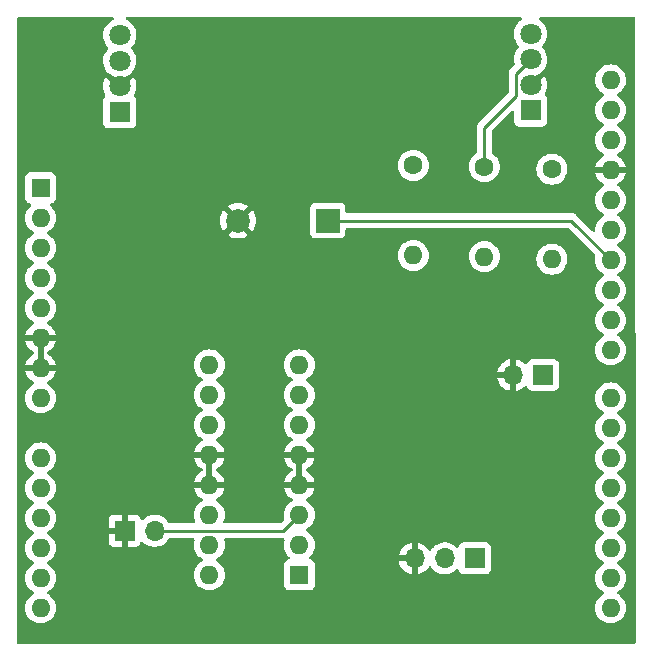
<source format=gbr>
%TF.GenerationSoftware,KiCad,Pcbnew,(6.0.9)*%
%TF.CreationDate,2023-07-07T16:24:00-04:00*%
%TF.ProjectId,MOODLighting,4d4f4f44-4c69-4676-9874-696e672e6b69,rev?*%
%TF.SameCoordinates,Original*%
%TF.FileFunction,Copper,L2,Bot*%
%TF.FilePolarity,Positive*%
%FSLAX46Y46*%
G04 Gerber Fmt 4.6, Leading zero omitted, Abs format (unit mm)*
G04 Created by KiCad (PCBNEW (6.0.9)) date 2023-07-07 16:24:00*
%MOMM*%
%LPD*%
G01*
G04 APERTURE LIST*
%TA.AperFunction,ComponentPad*%
%ADD10R,1.600000X1.600000*%
%TD*%
%TA.AperFunction,ComponentPad*%
%ADD11O,1.600000X1.600000*%
%TD*%
%TA.AperFunction,ComponentPad*%
%ADD12R,1.800000X1.800000*%
%TD*%
%TA.AperFunction,ComponentPad*%
%ADD13C,1.800000*%
%TD*%
%TA.AperFunction,ComponentPad*%
%ADD14C,1.600000*%
%TD*%
%TA.AperFunction,ComponentPad*%
%ADD15R,1.700000X1.700000*%
%TD*%
%TA.AperFunction,ComponentPad*%
%ADD16O,1.700000X1.700000*%
%TD*%
%TA.AperFunction,ComponentPad*%
%ADD17R,2.000000X2.000000*%
%TD*%
%TA.AperFunction,ComponentPad*%
%ADD18C,2.000000*%
%TD*%
%TA.AperFunction,Conductor*%
%ADD19C,0.250000*%
%TD*%
G04 APERTURE END LIST*
D10*
%TO.P,A1,1,NC*%
%TO.N,unconnected-(A1-Pad1)*%
X109330000Y-76980000D03*
D11*
%TO.P,A1,2,IOREF*%
%TO.N,unconnected-(A1-Pad2)*%
X109330000Y-79520000D03*
%TO.P,A1,3,~{RESET}*%
%TO.N,unconnected-(A1-Pad3)*%
X109330000Y-82060000D03*
%TO.P,A1,4,3V3*%
%TO.N,unconnected-(A1-Pad4)*%
X109330000Y-84600000D03*
%TO.P,A1,5,+5V*%
%TO.N,/5v*%
X109330000Y-87140000D03*
%TO.P,A1,6,GND*%
%TO.N,GND*%
X109330000Y-89680000D03*
%TO.P,A1,7,GND*%
X109330000Y-92220000D03*
%TO.P,A1,8,VIN*%
%TO.N,unconnected-(A1-Pad8)*%
X109330000Y-94760000D03*
%TO.P,A1,9,A0*%
%TO.N,unconnected-(A1-Pad9)*%
X109330000Y-99840000D03*
%TO.P,A1,10,A1*%
%TO.N,unconnected-(A1-Pad10)*%
X109330000Y-102380000D03*
%TO.P,A1,11,A2*%
%TO.N,unconnected-(A1-Pad11)*%
X109330000Y-104920000D03*
%TO.P,A1,12,A3*%
%TO.N,unconnected-(A1-Pad12)*%
X109330000Y-107460000D03*
%TO.P,A1,13,SDA/A4*%
%TO.N,unconnected-(A1-Pad13)*%
X109330000Y-110000000D03*
%TO.P,A1,14,SCL/A5*%
%TO.N,unconnected-(A1-Pad14)*%
X109330000Y-112540000D03*
%TO.P,A1,15,D0/RX*%
%TO.N,unconnected-(A1-Pad15)*%
X157590000Y-112540000D03*
%TO.P,A1,16,D1/TX*%
%TO.N,unconnected-(A1-Pad16)*%
X157590000Y-110000000D03*
%TO.P,A1,17,D2*%
%TO.N,/D2*%
X157590000Y-107460000D03*
%TO.P,A1,18,D3*%
%TO.N,unconnected-(A1-Pad18)*%
X157590000Y-104920000D03*
%TO.P,A1,19,D4*%
%TO.N,/D4*%
X157590000Y-102380000D03*
%TO.P,A1,20,D5*%
%TO.N,/PWM5*%
X157590000Y-99840000D03*
%TO.P,A1,21,D6*%
%TO.N,/PWM6*%
X157590000Y-97300000D03*
%TO.P,A1,22,D7*%
%TO.N,/D7*%
X157590000Y-94760000D03*
%TO.P,A1,23,D8*%
%TO.N,unconnected-(A1-Pad23)*%
X157590000Y-90700000D03*
%TO.P,A1,24,D9*%
%TO.N,/PWM9*%
X157590000Y-88160000D03*
%TO.P,A1,25,D10*%
%TO.N,/pwm10*%
X157590000Y-85620000D03*
%TO.P,A1,26,D11*%
%TO.N,/pwm11*%
X157590000Y-83080000D03*
%TO.P,A1,27,D12*%
%TO.N,unconnected-(A1-Pad27)*%
X157590000Y-80540000D03*
%TO.P,A1,28,D13*%
%TO.N,unconnected-(A1-Pad28)*%
X157590000Y-78000000D03*
%TO.P,A1,29,GND*%
%TO.N,GND*%
X157590000Y-75460000D03*
%TO.P,A1,30,AREF*%
%TO.N,unconnected-(A1-Pad30)*%
X157590000Y-72920000D03*
%TO.P,A1,31,SDA/A4*%
%TO.N,unconnected-(A1-Pad31)*%
X157590000Y-70380000D03*
%TO.P,A1,32,SCL/A5*%
%TO.N,unconnected-(A1-Pad32)*%
X157590000Y-67840000D03*
%TD*%
D12*
%TO.P,D1,1,BA*%
%TO.N,Net-(D1-Pad1)*%
X116038000Y-70542000D03*
D13*
%TO.P,D1,2,K*%
%TO.N,GND*%
X116038000Y-68383000D03*
%TO.P,D1,3,GA*%
%TO.N,Net-(D1-Pad3)*%
X116038000Y-66224000D03*
%TO.P,D1,4,RA*%
%TO.N,Net-(D1-Pad4)*%
X116038000Y-64065000D03*
%TD*%
D14*
%TO.P,R2,1*%
%TO.N,Net-(D1-Pad4)*%
X152630000Y-75390000D03*
D11*
%TO.P,R2,2*%
%TO.N,/pwm10*%
X152630000Y-83010000D03*
%TD*%
D15*
%TO.P,J5,1,Pin_1*%
%TO.N,/D2*%
X146095000Y-108350000D03*
D16*
%TO.P,J5,2,Pin_2*%
%TO.N,/5v*%
X143555000Y-108350000D03*
%TO.P,J5,3,Pin_3*%
%TO.N,GND*%
X141015000Y-108350000D03*
%TD*%
D14*
%TO.P,R3,1*%
%TO.N,Net-(D1-Pad3)*%
X146910000Y-75180000D03*
D11*
%TO.P,R3,2*%
%TO.N,/PWM9*%
X146910000Y-82800000D03*
%TD*%
D17*
%TO.P,BZ1,1,-*%
%TO.N,/pwm11*%
X133640000Y-79750000D03*
D18*
%TO.P,BZ1,2,+*%
%TO.N,GND*%
X126040000Y-79750000D03*
%TD*%
D10*
%TO.P,U1,1,EN1\u002C2*%
%TO.N,/D4*%
X131240000Y-109745000D03*
D11*
%TO.P,U1,2,1A*%
%TO.N,/PWM5*%
X131240000Y-107205000D03*
%TO.P,U1,3,1Y*%
%TO.N,Net-(J3-Pad2)*%
X131240000Y-104665000D03*
%TO.P,U1,4,GND*%
%TO.N,GND*%
X131240000Y-102125000D03*
%TO.P,U1,5,GND*%
X131240000Y-99585000D03*
%TO.P,U1,6,2Y*%
%TO.N,unconnected-(U1-Pad6)*%
X131240000Y-97045000D03*
%TO.P,U1,7,2A*%
%TO.N,unconnected-(U1-Pad7)*%
X131240000Y-94505000D03*
%TO.P,U1,8,VCC2*%
%TO.N,/5v*%
X131240000Y-91965000D03*
%TO.P,U1,9,EN3\u002C4*%
%TO.N,unconnected-(U1-Pad9)*%
X123620000Y-91965000D03*
%TO.P,U1,10,3A*%
%TO.N,unconnected-(U1-Pad10)*%
X123620000Y-94505000D03*
%TO.P,U1,11,3Y*%
%TO.N,unconnected-(U1-Pad11)*%
X123620000Y-97045000D03*
%TO.P,U1,12,GND*%
%TO.N,GND*%
X123620000Y-99585000D03*
%TO.P,U1,13,GND*%
X123620000Y-102125000D03*
%TO.P,U1,14,4Y*%
%TO.N,unconnected-(U1-Pad14)*%
X123620000Y-104665000D03*
%TO.P,U1,15,4A*%
%TO.N,unconnected-(U1-Pad15)*%
X123620000Y-107205000D03*
%TO.P,U1,16,VCC1*%
%TO.N,/5v*%
X123620000Y-109745000D03*
%TD*%
D15*
%TO.P,J6,1,Pin_1*%
%TO.N,/D7*%
X151885000Y-92830000D03*
D16*
%TO.P,J6,2,Pin_2*%
%TO.N,GND*%
X149345000Y-92830000D03*
%TD*%
D15*
%TO.P,J3,1,Pin_1*%
%TO.N,GND*%
X116450000Y-106010000D03*
D16*
%TO.P,J3,2,Pin_2*%
%TO.N,Net-(J3-Pad2)*%
X118990000Y-106010000D03*
%TD*%
D14*
%TO.P,R4,1*%
%TO.N,Net-(D1-Pad1)*%
X140890000Y-75080000D03*
D11*
%TO.P,R4,2*%
%TO.N,/PWM6*%
X140890000Y-82700000D03*
%TD*%
D12*
%TO.P,D2,1,BA*%
%TO.N,Net-(D1-Pad1)*%
X150820000Y-70417000D03*
D13*
%TO.P,D2,2,K*%
%TO.N,GND*%
X150820000Y-68258000D03*
%TO.P,D2,3,GA*%
%TO.N,Net-(D1-Pad3)*%
X150820000Y-66099000D03*
%TO.P,D2,4,RA*%
%TO.N,Net-(D1-Pad4)*%
X150820000Y-63940000D03*
%TD*%
D19*
%TO.N,Net-(J3-Pad2)*%
X129895000Y-106010000D02*
X118990000Y-106010000D01*
X131240000Y-104665000D02*
X129895000Y-106010000D01*
%TO.N,/pwm11*%
X154260000Y-79750000D02*
X133640000Y-79750000D01*
X157590000Y-83080000D02*
X154260000Y-79750000D01*
%TO.N,Net-(D1-Pad3)*%
X149595000Y-67324000D02*
X150820000Y-66099000D01*
X149595000Y-69192000D02*
X149595000Y-67324000D01*
X146910000Y-75180000D02*
X146910000Y-71877000D01*
X146910000Y-71877000D02*
X149595000Y-69192000D01*
%TD*%
%TA.AperFunction,Conductor*%
%TO.N,GND*%
G36*
X115492269Y-62548502D02*
G01*
X115538762Y-62602158D01*
X115548866Y-62672432D01*
X115519372Y-62737012D01*
X115482328Y-62766263D01*
X115471248Y-62772031D01*
X115284872Y-62869052D01*
X115280739Y-62872155D01*
X115280736Y-62872157D01*
X115255625Y-62891011D01*
X115099655Y-63008117D01*
X114939639Y-63175564D01*
X114936725Y-63179836D01*
X114936724Y-63179837D01*
X114921152Y-63202665D01*
X114809119Y-63366899D01*
X114711602Y-63576981D01*
X114649707Y-63800169D01*
X114625095Y-64030469D01*
X114625392Y-64035622D01*
X114625392Y-64035625D01*
X114630922Y-64131529D01*
X114638427Y-64261697D01*
X114639564Y-64266743D01*
X114639565Y-64266749D01*
X114671741Y-64409523D01*
X114689346Y-64487642D01*
X114691288Y-64492424D01*
X114691289Y-64492428D01*
X114760664Y-64663278D01*
X114776484Y-64702237D01*
X114897501Y-64899719D01*
X114900882Y-64903622D01*
X115040048Y-65064280D01*
X115069530Y-65128865D01*
X115059415Y-65199138D01*
X115035904Y-65233828D01*
X115033193Y-65236665D01*
X114939639Y-65334564D01*
X114936725Y-65338836D01*
X114936724Y-65338837D01*
X114921152Y-65361665D01*
X114809119Y-65525899D01*
X114711602Y-65735981D01*
X114649707Y-65959169D01*
X114625095Y-66189469D01*
X114625392Y-66194622D01*
X114625392Y-66194625D01*
X114630922Y-66290529D01*
X114638427Y-66420697D01*
X114639564Y-66425743D01*
X114639565Y-66425749D01*
X114666002Y-66543055D01*
X114689346Y-66646642D01*
X114691288Y-66651424D01*
X114691289Y-66651428D01*
X114774540Y-66856450D01*
X114776484Y-66861237D01*
X114897501Y-67058719D01*
X115049147Y-67233784D01*
X115227349Y-67381730D01*
X115427322Y-67498584D01*
X115432150Y-67500427D01*
X115432159Y-67500432D01*
X115540473Y-67541794D01*
X115584618Y-67570408D01*
X116025188Y-68010978D01*
X116039132Y-68018592D01*
X116040965Y-68018461D01*
X116047580Y-68014210D01*
X116485818Y-67575972D01*
X116538702Y-67544383D01*
X116553690Y-67539886D01*
X116612915Y-67510872D01*
X116757049Y-67440262D01*
X116757052Y-67440260D01*
X116761684Y-67437991D01*
X116950243Y-67303494D01*
X117114303Y-67140005D01*
X117249458Y-66951917D01*
X117253915Y-66942900D01*
X117349784Y-66748922D01*
X117349785Y-66748920D01*
X117352078Y-66744280D01*
X117419408Y-66522671D01*
X117449640Y-66293041D01*
X117451327Y-66224000D01*
X117441050Y-66099000D01*
X117432773Y-65998318D01*
X117432772Y-65998312D01*
X117432349Y-65993167D01*
X117375925Y-65768533D01*
X117373866Y-65763797D01*
X117285630Y-65560868D01*
X117285628Y-65560865D01*
X117283570Y-65556131D01*
X117157764Y-65361665D01*
X117036476Y-65228371D01*
X117005424Y-65164526D01*
X117013820Y-65094027D01*
X117040731Y-65054321D01*
X117110637Y-64984660D01*
X117110647Y-64984648D01*
X117114303Y-64981005D01*
X117249458Y-64792917D01*
X117296641Y-64697450D01*
X117349784Y-64589922D01*
X117349785Y-64589920D01*
X117352078Y-64585280D01*
X117419408Y-64363671D01*
X117449640Y-64134041D01*
X117451327Y-64065000D01*
X117441050Y-63940000D01*
X117432773Y-63839318D01*
X117432772Y-63839312D01*
X117432349Y-63834167D01*
X117375925Y-63609533D01*
X117373866Y-63604797D01*
X117285630Y-63401868D01*
X117285628Y-63401865D01*
X117283570Y-63397131D01*
X117157764Y-63202665D01*
X117001887Y-63031358D01*
X116997836Y-63028159D01*
X116997832Y-63028155D01*
X116824177Y-62891011D01*
X116824172Y-62891008D01*
X116820123Y-62887810D01*
X116815607Y-62885317D01*
X116815604Y-62885315D01*
X116621879Y-62778373D01*
X116621875Y-62778371D01*
X116617355Y-62775876D01*
X116612489Y-62774153D01*
X116612476Y-62774147D01*
X116610006Y-62773273D01*
X116609145Y-62772651D01*
X116607766Y-62772031D01*
X116607894Y-62771746D01*
X116552469Y-62731680D01*
X116526552Y-62665583D01*
X116540485Y-62595967D01*
X116589843Y-62544935D01*
X116652064Y-62528500D01*
X149976291Y-62528500D01*
X150044412Y-62548502D01*
X150090905Y-62602158D01*
X150101009Y-62672432D01*
X150071515Y-62737012D01*
X150051944Y-62755260D01*
X149900388Y-62869052D01*
X149881655Y-62883117D01*
X149878083Y-62886855D01*
X149743054Y-63028155D01*
X149721639Y-63050564D01*
X149718725Y-63054836D01*
X149718724Y-63054837D01*
X149703152Y-63077665D01*
X149591119Y-63241899D01*
X149493602Y-63451981D01*
X149431707Y-63675169D01*
X149407095Y-63905469D01*
X149407392Y-63910622D01*
X149407392Y-63910625D01*
X149413067Y-64009041D01*
X149420427Y-64136697D01*
X149421564Y-64141743D01*
X149421565Y-64141749D01*
X149453741Y-64284523D01*
X149471346Y-64362642D01*
X149473288Y-64367424D01*
X149473289Y-64367428D01*
X149556540Y-64572450D01*
X149558484Y-64577237D01*
X149679501Y-64774719D01*
X149682882Y-64778622D01*
X149822048Y-64939280D01*
X149851530Y-65003865D01*
X149841415Y-65074138D01*
X149817904Y-65108828D01*
X149785075Y-65143182D01*
X149721639Y-65209564D01*
X149718725Y-65213836D01*
X149718724Y-65213837D01*
X149705087Y-65233828D01*
X149591119Y-65400899D01*
X149493602Y-65610981D01*
X149431707Y-65834169D01*
X149407095Y-66064469D01*
X149407392Y-66069622D01*
X149407392Y-66069625D01*
X149413067Y-66168041D01*
X149420427Y-66295697D01*
X149421564Y-66300743D01*
X149421565Y-66300749D01*
X149461623Y-66478498D01*
X149457087Y-66549350D01*
X149427801Y-66595294D01*
X149202742Y-66820353D01*
X149194463Y-66827887D01*
X149187982Y-66832000D01*
X149141357Y-66881651D01*
X149138602Y-66884493D01*
X149118865Y-66904230D01*
X149116385Y-66907427D01*
X149108682Y-66916447D01*
X149078414Y-66948679D01*
X149074595Y-66955625D01*
X149074593Y-66955628D01*
X149068652Y-66966434D01*
X149057801Y-66982953D01*
X149045386Y-66998959D01*
X149042241Y-67006228D01*
X149042238Y-67006232D01*
X149027826Y-67039537D01*
X149022609Y-67050187D01*
X149001305Y-67088940D01*
X148999334Y-67096615D01*
X148999334Y-67096616D01*
X148996267Y-67108562D01*
X148989863Y-67127266D01*
X148981819Y-67145855D01*
X148980580Y-67153678D01*
X148980577Y-67153688D01*
X148974901Y-67189524D01*
X148972495Y-67201144D01*
X148961500Y-67243970D01*
X148961500Y-67264224D01*
X148959949Y-67283934D01*
X148956780Y-67303943D01*
X148957526Y-67311835D01*
X148960941Y-67347961D01*
X148961500Y-67359819D01*
X148961500Y-68877405D01*
X148941498Y-68945526D01*
X148924595Y-68966500D01*
X146517747Y-71373348D01*
X146509461Y-71380888D01*
X146502982Y-71385000D01*
X146497557Y-71390777D01*
X146456357Y-71434651D01*
X146453602Y-71437493D01*
X146433865Y-71457230D01*
X146431385Y-71460427D01*
X146423682Y-71469447D01*
X146393414Y-71501679D01*
X146389595Y-71508625D01*
X146389593Y-71508628D01*
X146383652Y-71519434D01*
X146372801Y-71535953D01*
X146360386Y-71551959D01*
X146357241Y-71559228D01*
X146357238Y-71559232D01*
X146342826Y-71592537D01*
X146337609Y-71603187D01*
X146316305Y-71641940D01*
X146314334Y-71649615D01*
X146314334Y-71649616D01*
X146311267Y-71661562D01*
X146304865Y-71680261D01*
X146296819Y-71698855D01*
X146295580Y-71706678D01*
X146295577Y-71706688D01*
X146289901Y-71742524D01*
X146287495Y-71754144D01*
X146280818Y-71780151D01*
X146276500Y-71796970D01*
X146276500Y-71817224D01*
X146274949Y-71836934D01*
X146271780Y-71856943D01*
X146272526Y-71864835D01*
X146275941Y-71900961D01*
X146276500Y-71912819D01*
X146276500Y-73960606D01*
X146256498Y-74028727D01*
X146222771Y-74063819D01*
X146070211Y-74170643D01*
X146070208Y-74170645D01*
X146065700Y-74173802D01*
X145903802Y-74335700D01*
X145900645Y-74340208D01*
X145900643Y-74340211D01*
X145867392Y-74387699D01*
X145772477Y-74523251D01*
X145770154Y-74528233D01*
X145770151Y-74528238D01*
X145722346Y-74630757D01*
X145675716Y-74730757D01*
X145674294Y-74736065D01*
X145674293Y-74736067D01*
X145644676Y-74846598D01*
X145616457Y-74951913D01*
X145596502Y-75180000D01*
X145616457Y-75408087D01*
X145675716Y-75629243D01*
X145678039Y-75634224D01*
X145678039Y-75634225D01*
X145770151Y-75831762D01*
X145770154Y-75831767D01*
X145772477Y-75836749D01*
X145903802Y-76024300D01*
X146065700Y-76186198D01*
X146070208Y-76189355D01*
X146070211Y-76189357D01*
X146139962Y-76238197D01*
X146253251Y-76317523D01*
X146258233Y-76319846D01*
X146258238Y-76319849D01*
X146455775Y-76411961D01*
X146460757Y-76414284D01*
X146466065Y-76415706D01*
X146466067Y-76415707D01*
X146676598Y-76472119D01*
X146676600Y-76472119D01*
X146681913Y-76473543D01*
X146910000Y-76493498D01*
X147138087Y-76473543D01*
X147143400Y-76472119D01*
X147143402Y-76472119D01*
X147353933Y-76415707D01*
X147353935Y-76415706D01*
X147359243Y-76414284D01*
X147364225Y-76411961D01*
X147561762Y-76319849D01*
X147561767Y-76319846D01*
X147566749Y-76317523D01*
X147680038Y-76238197D01*
X147749789Y-76189357D01*
X147749792Y-76189355D01*
X147754300Y-76186198D01*
X147916198Y-76024300D01*
X148047523Y-75836749D01*
X148049846Y-75831767D01*
X148049849Y-75831762D01*
X148141961Y-75634225D01*
X148141961Y-75634224D01*
X148144284Y-75629243D01*
X148203543Y-75408087D01*
X148205125Y-75390000D01*
X151316502Y-75390000D01*
X151336457Y-75618087D01*
X151337881Y-75623400D01*
X151337881Y-75623402D01*
X151369461Y-75741257D01*
X151395716Y-75839243D01*
X151398039Y-75844224D01*
X151398039Y-75844225D01*
X151490151Y-76041762D01*
X151490154Y-76041767D01*
X151492477Y-76046749D01*
X151514037Y-76077540D01*
X151612055Y-76217523D01*
X151623802Y-76234300D01*
X151785700Y-76396198D01*
X151790208Y-76399355D01*
X151790211Y-76399357D01*
X151868389Y-76454098D01*
X151973251Y-76527523D01*
X151978233Y-76529846D01*
X151978238Y-76529849D01*
X152175775Y-76621961D01*
X152180757Y-76624284D01*
X152186065Y-76625706D01*
X152186067Y-76625707D01*
X152396598Y-76682119D01*
X152396600Y-76682119D01*
X152401913Y-76683543D01*
X152630000Y-76703498D01*
X152858087Y-76683543D01*
X152863400Y-76682119D01*
X152863402Y-76682119D01*
X153073933Y-76625707D01*
X153073935Y-76625706D01*
X153079243Y-76624284D01*
X153084225Y-76621961D01*
X153281762Y-76529849D01*
X153281767Y-76529846D01*
X153286749Y-76527523D01*
X153391611Y-76454098D01*
X153469789Y-76399357D01*
X153469792Y-76399355D01*
X153474300Y-76396198D01*
X153636198Y-76234300D01*
X153647946Y-76217523D01*
X153745963Y-76077540D01*
X153767523Y-76046749D01*
X153769846Y-76041767D01*
X153769849Y-76041762D01*
X153861961Y-75844225D01*
X153861961Y-75844224D01*
X153864284Y-75839243D01*
X153890540Y-75741257D01*
X153922119Y-75623402D01*
X153922119Y-75623400D01*
X153923543Y-75618087D01*
X153943498Y-75390000D01*
X153923543Y-75161913D01*
X153922119Y-75156598D01*
X153865707Y-74946067D01*
X153865706Y-74946065D01*
X153864284Y-74940757D01*
X153822856Y-74851913D01*
X153769849Y-74738238D01*
X153769846Y-74738233D01*
X153767523Y-74733251D01*
X153636198Y-74545700D01*
X153474300Y-74383802D01*
X153469792Y-74380645D01*
X153469789Y-74380643D01*
X153296400Y-74259235D01*
X153286749Y-74252477D01*
X153281767Y-74250154D01*
X153281762Y-74250151D01*
X153084225Y-74158039D01*
X153084224Y-74158039D01*
X153079243Y-74155716D01*
X153073935Y-74154294D01*
X153073933Y-74154293D01*
X152863402Y-74097881D01*
X152863400Y-74097881D01*
X152858087Y-74096457D01*
X152630000Y-74076502D01*
X152401913Y-74096457D01*
X152396600Y-74097881D01*
X152396598Y-74097881D01*
X152186067Y-74154293D01*
X152186065Y-74154294D01*
X152180757Y-74155716D01*
X152175776Y-74158039D01*
X152175775Y-74158039D01*
X151978238Y-74250151D01*
X151978233Y-74250154D01*
X151973251Y-74252477D01*
X151963600Y-74259235D01*
X151790211Y-74380643D01*
X151790208Y-74380645D01*
X151785700Y-74383802D01*
X151623802Y-74545700D01*
X151492477Y-74733251D01*
X151490154Y-74738233D01*
X151490151Y-74738238D01*
X151437144Y-74851913D01*
X151395716Y-74940757D01*
X151394294Y-74946065D01*
X151394293Y-74946067D01*
X151337881Y-75156598D01*
X151336457Y-75161913D01*
X151316502Y-75390000D01*
X148205125Y-75390000D01*
X148223498Y-75180000D01*
X148203543Y-74951913D01*
X148175324Y-74846598D01*
X148145707Y-74736067D01*
X148145706Y-74736065D01*
X148144284Y-74730757D01*
X148097654Y-74630757D01*
X148049849Y-74528238D01*
X148049846Y-74528233D01*
X148047523Y-74523251D01*
X147952608Y-74387699D01*
X147919357Y-74340211D01*
X147919355Y-74340208D01*
X147916198Y-74335700D01*
X147754300Y-74173802D01*
X147749792Y-74170645D01*
X147749789Y-74170643D01*
X147597229Y-74063819D01*
X147552901Y-74008362D01*
X147543500Y-73960606D01*
X147543500Y-72920000D01*
X156276502Y-72920000D01*
X156296457Y-73148087D01*
X156355716Y-73369243D01*
X156358039Y-73374224D01*
X156358039Y-73374225D01*
X156450151Y-73571762D01*
X156450154Y-73571767D01*
X156452477Y-73576749D01*
X156583802Y-73764300D01*
X156745700Y-73926198D01*
X156750208Y-73929355D01*
X156750211Y-73929357D01*
X156828389Y-73984098D01*
X156933251Y-74057523D01*
X156938233Y-74059846D01*
X156938238Y-74059849D01*
X156973049Y-74076081D01*
X157026334Y-74122998D01*
X157045795Y-74191275D01*
X157025253Y-74259235D01*
X156973049Y-74304471D01*
X156938489Y-74320586D01*
X156928993Y-74326069D01*
X156750533Y-74451028D01*
X156742125Y-74458084D01*
X156588084Y-74612125D01*
X156581028Y-74620533D01*
X156456069Y-74798993D01*
X156450586Y-74808489D01*
X156358510Y-75005947D01*
X156354764Y-75016239D01*
X156308606Y-75188503D01*
X156308942Y-75202599D01*
X156316884Y-75206000D01*
X158857967Y-75206000D01*
X158871498Y-75202027D01*
X158872727Y-75193478D01*
X158825236Y-75016239D01*
X158821490Y-75005947D01*
X158729414Y-74808489D01*
X158723931Y-74798993D01*
X158598972Y-74620533D01*
X158591916Y-74612125D01*
X158437875Y-74458084D01*
X158429467Y-74451028D01*
X158251007Y-74326069D01*
X158241511Y-74320586D01*
X158206951Y-74304471D01*
X158153666Y-74257554D01*
X158134205Y-74189277D01*
X158154747Y-74121317D01*
X158206951Y-74076081D01*
X158241762Y-74059849D01*
X158241767Y-74059846D01*
X158246749Y-74057523D01*
X158351611Y-73984098D01*
X158429789Y-73929357D01*
X158429792Y-73929355D01*
X158434300Y-73926198D01*
X158596198Y-73764300D01*
X158727523Y-73576749D01*
X158729846Y-73571767D01*
X158729849Y-73571762D01*
X158821961Y-73374225D01*
X158821961Y-73374224D01*
X158824284Y-73369243D01*
X158883543Y-73148087D01*
X158903498Y-72920000D01*
X158883543Y-72691913D01*
X158824284Y-72470757D01*
X158821961Y-72465775D01*
X158729849Y-72268238D01*
X158729846Y-72268233D01*
X158727523Y-72263251D01*
X158596198Y-72075700D01*
X158434300Y-71913802D01*
X158429792Y-71910645D01*
X158429789Y-71910643D01*
X158298545Y-71818745D01*
X158246749Y-71782477D01*
X158241767Y-71780154D01*
X158241762Y-71780151D01*
X158207543Y-71764195D01*
X158154258Y-71717278D01*
X158134797Y-71649001D01*
X158155339Y-71581041D01*
X158207543Y-71535805D01*
X158241762Y-71519849D01*
X158241767Y-71519846D01*
X158246749Y-71517523D01*
X158427761Y-71390777D01*
X158429789Y-71389357D01*
X158429792Y-71389355D01*
X158434300Y-71386198D01*
X158596198Y-71224300D01*
X158727523Y-71036749D01*
X158729846Y-71031767D01*
X158729849Y-71031762D01*
X158821961Y-70834225D01*
X158821961Y-70834224D01*
X158824284Y-70829243D01*
X158883543Y-70608087D01*
X158903498Y-70380000D01*
X158883543Y-70151913D01*
X158824284Y-69930757D01*
X158821961Y-69925775D01*
X158729849Y-69728238D01*
X158729846Y-69728233D01*
X158727523Y-69723251D01*
X158596198Y-69535700D01*
X158434300Y-69373802D01*
X158429792Y-69370645D01*
X158429789Y-69370643D01*
X158276214Y-69263109D01*
X158246749Y-69242477D01*
X158241767Y-69240154D01*
X158241762Y-69240151D01*
X158207543Y-69224195D01*
X158154258Y-69177278D01*
X158134797Y-69109001D01*
X158155339Y-69041041D01*
X158207543Y-68995805D01*
X158241762Y-68979849D01*
X158241767Y-68979846D01*
X158246749Y-68977523D01*
X158351611Y-68904098D01*
X158429789Y-68849357D01*
X158429792Y-68849355D01*
X158434300Y-68846198D01*
X158596198Y-68684300D01*
X158601705Y-68676436D01*
X158685281Y-68557076D01*
X158727523Y-68496749D01*
X158729846Y-68491767D01*
X158729849Y-68491762D01*
X158821961Y-68294225D01*
X158821961Y-68294224D01*
X158824284Y-68289243D01*
X158859612Y-68157400D01*
X158882119Y-68073402D01*
X158882119Y-68073400D01*
X158883543Y-68068087D01*
X158903498Y-67840000D01*
X158883543Y-67611913D01*
X158853672Y-67500432D01*
X158825707Y-67396067D01*
X158825706Y-67396065D01*
X158824284Y-67390757D01*
X158818534Y-67378425D01*
X158729849Y-67188238D01*
X158729846Y-67188233D01*
X158727523Y-67183251D01*
X158596198Y-66995700D01*
X158434300Y-66833802D01*
X158429792Y-66830645D01*
X158429789Y-66830643D01*
X158313079Y-66748922D01*
X158246749Y-66702477D01*
X158241767Y-66700154D01*
X158241762Y-66700151D01*
X158044225Y-66608039D01*
X158044224Y-66608039D01*
X158039243Y-66605716D01*
X158033935Y-66604294D01*
X158033933Y-66604293D01*
X157823402Y-66547881D01*
X157823400Y-66547881D01*
X157818087Y-66546457D01*
X157590000Y-66526502D01*
X157361913Y-66546457D01*
X157356600Y-66547881D01*
X157356598Y-66547881D01*
X157146067Y-66604293D01*
X157146065Y-66604294D01*
X157140757Y-66605716D01*
X157135776Y-66608039D01*
X157135775Y-66608039D01*
X156938238Y-66700151D01*
X156938233Y-66700154D01*
X156933251Y-66702477D01*
X156866921Y-66748922D01*
X156750211Y-66830643D01*
X156750208Y-66830645D01*
X156745700Y-66833802D01*
X156583802Y-66995700D01*
X156452477Y-67183251D01*
X156450154Y-67188233D01*
X156450151Y-67188238D01*
X156361466Y-67378425D01*
X156355716Y-67390757D01*
X156354294Y-67396065D01*
X156354293Y-67396067D01*
X156326328Y-67500432D01*
X156296457Y-67611913D01*
X156276502Y-67840000D01*
X156296457Y-68068087D01*
X156297881Y-68073400D01*
X156297881Y-68073402D01*
X156320389Y-68157400D01*
X156355716Y-68289243D01*
X156358039Y-68294224D01*
X156358039Y-68294225D01*
X156450151Y-68491762D01*
X156450154Y-68491767D01*
X156452477Y-68496749D01*
X156494719Y-68557076D01*
X156578296Y-68676436D01*
X156583802Y-68684300D01*
X156745700Y-68846198D01*
X156750208Y-68849355D01*
X156750211Y-68849357D01*
X156828389Y-68904098D01*
X156933251Y-68977523D01*
X156938233Y-68979846D01*
X156938238Y-68979849D01*
X156972457Y-68995805D01*
X157025742Y-69042722D01*
X157045203Y-69110999D01*
X157024661Y-69178959D01*
X156972457Y-69224195D01*
X156938238Y-69240151D01*
X156938233Y-69240154D01*
X156933251Y-69242477D01*
X156903786Y-69263109D01*
X156750211Y-69370643D01*
X156750208Y-69370645D01*
X156745700Y-69373802D01*
X156583802Y-69535700D01*
X156452477Y-69723251D01*
X156450154Y-69728233D01*
X156450151Y-69728238D01*
X156358039Y-69925775D01*
X156355716Y-69930757D01*
X156296457Y-70151913D01*
X156276502Y-70380000D01*
X156296457Y-70608087D01*
X156355716Y-70829243D01*
X156358039Y-70834224D01*
X156358039Y-70834225D01*
X156450151Y-71031762D01*
X156450154Y-71031767D01*
X156452477Y-71036749D01*
X156583802Y-71224300D01*
X156745700Y-71386198D01*
X156750208Y-71389355D01*
X156750211Y-71389357D01*
X156752239Y-71390777D01*
X156933251Y-71517523D01*
X156938233Y-71519846D01*
X156938238Y-71519849D01*
X156972457Y-71535805D01*
X157025742Y-71582722D01*
X157045203Y-71650999D01*
X157024661Y-71718959D01*
X156972457Y-71764195D01*
X156938238Y-71780151D01*
X156938233Y-71780154D01*
X156933251Y-71782477D01*
X156881455Y-71818745D01*
X156750211Y-71910643D01*
X156750208Y-71910645D01*
X156745700Y-71913802D01*
X156583802Y-72075700D01*
X156452477Y-72263251D01*
X156450154Y-72268233D01*
X156450151Y-72268238D01*
X156358039Y-72465775D01*
X156355716Y-72470757D01*
X156296457Y-72691913D01*
X156276502Y-72920000D01*
X147543500Y-72920000D01*
X147543500Y-72191594D01*
X147563502Y-72123473D01*
X147580405Y-72102499D01*
X149196405Y-70486499D01*
X149258717Y-70452473D01*
X149329532Y-70457538D01*
X149386368Y-70500085D01*
X149411179Y-70566605D01*
X149411500Y-70575594D01*
X149411500Y-71365134D01*
X149418255Y-71427316D01*
X149469385Y-71563705D01*
X149556739Y-71680261D01*
X149673295Y-71767615D01*
X149809684Y-71818745D01*
X149871866Y-71825500D01*
X151768134Y-71825500D01*
X151830316Y-71818745D01*
X151966705Y-71767615D01*
X152083261Y-71680261D01*
X152170615Y-71563705D01*
X152221745Y-71427316D01*
X152228500Y-71365134D01*
X152228500Y-69468866D01*
X152221745Y-69406684D01*
X152170615Y-69270295D01*
X152083261Y-69153739D01*
X152068294Y-69142522D01*
X152025779Y-69085664D01*
X152020753Y-69014845D01*
X152032116Y-68986197D01*
X152031028Y-68985659D01*
X152131318Y-68782737D01*
X152135117Y-68773142D01*
X152199415Y-68561517D01*
X152201594Y-68551436D01*
X152230702Y-68330338D01*
X152231221Y-68323663D01*
X152232744Y-68261364D01*
X152232550Y-68254646D01*
X152214279Y-68032400D01*
X152212596Y-68022238D01*
X152158710Y-67807708D01*
X152155389Y-67797953D01*
X152067193Y-67595118D01*
X152062315Y-67586020D01*
X151989224Y-67473038D01*
X151978538Y-67463835D01*
X151968973Y-67468238D01*
X150909095Y-68528115D01*
X150846783Y-68562141D01*
X150775967Y-68557076D01*
X150730905Y-68528115D01*
X150549885Y-68347095D01*
X150515859Y-68284783D01*
X150520924Y-68213968D01*
X150549885Y-68168905D01*
X151267818Y-67450972D01*
X151320702Y-67419383D01*
X151335690Y-67414886D01*
X151340334Y-67412611D01*
X151539049Y-67315262D01*
X151539052Y-67315260D01*
X151543684Y-67312991D01*
X151732243Y-67178494D01*
X151896303Y-67015005D01*
X151912332Y-66992699D01*
X151948116Y-66942900D01*
X152031458Y-66826917D01*
X152070006Y-66748922D01*
X152131784Y-66623922D01*
X152131785Y-66623920D01*
X152134078Y-66619280D01*
X152201408Y-66397671D01*
X152231640Y-66168041D01*
X152233327Y-66099000D01*
X152221422Y-65954197D01*
X152214773Y-65873318D01*
X152214772Y-65873312D01*
X152214349Y-65868167D01*
X152157925Y-65643533D01*
X152155866Y-65638797D01*
X152067630Y-65435868D01*
X152067628Y-65435865D01*
X152065570Y-65431131D01*
X151939764Y-65236665D01*
X151818476Y-65103371D01*
X151787424Y-65039526D01*
X151795820Y-64969027D01*
X151822731Y-64929321D01*
X151892637Y-64859660D01*
X151892647Y-64859648D01*
X151896303Y-64856005D01*
X152031458Y-64667917D01*
X152070006Y-64589922D01*
X152131784Y-64464922D01*
X152131785Y-64464920D01*
X152134078Y-64460280D01*
X152201408Y-64238671D01*
X152231640Y-64009041D01*
X152233327Y-63940000D01*
X152221422Y-63795197D01*
X152214773Y-63714318D01*
X152214772Y-63714312D01*
X152214349Y-63709167D01*
X152157925Y-63484533D01*
X152155866Y-63479797D01*
X152067630Y-63276868D01*
X152067628Y-63276865D01*
X152065570Y-63272131D01*
X151939764Y-63077665D01*
X151894714Y-63028155D01*
X151873655Y-63005012D01*
X151783887Y-62906358D01*
X151779836Y-62903159D01*
X151779832Y-62903155D01*
X151606179Y-62766013D01*
X151606177Y-62766012D01*
X151602123Y-62762810D01*
X151597604Y-62760315D01*
X151596294Y-62759445D01*
X151550626Y-62705086D01*
X151541597Y-62634666D01*
X151572073Y-62570543D01*
X151632378Y-62533076D01*
X151666026Y-62528500D01*
X159574225Y-62528500D01*
X159642346Y-62548502D01*
X159688839Y-62602158D01*
X159700225Y-62654478D01*
X159709497Y-115455478D01*
X159689507Y-115523602D01*
X159635859Y-115570104D01*
X159583497Y-115581500D01*
X107475457Y-115581500D01*
X107407336Y-115561498D01*
X107360843Y-115507842D01*
X107349457Y-115455522D01*
X107348943Y-112540000D01*
X108016502Y-112540000D01*
X108036457Y-112768087D01*
X108095716Y-112989243D01*
X108098039Y-112994224D01*
X108098039Y-112994225D01*
X108190151Y-113191762D01*
X108190154Y-113191767D01*
X108192477Y-113196749D01*
X108323802Y-113384300D01*
X108485700Y-113546198D01*
X108490208Y-113549355D01*
X108490211Y-113549357D01*
X108568389Y-113604098D01*
X108673251Y-113677523D01*
X108678233Y-113679846D01*
X108678238Y-113679849D01*
X108875775Y-113771961D01*
X108880757Y-113774284D01*
X108886065Y-113775706D01*
X108886067Y-113775707D01*
X109096598Y-113832119D01*
X109096600Y-113832119D01*
X109101913Y-113833543D01*
X109330000Y-113853498D01*
X109558087Y-113833543D01*
X109563400Y-113832119D01*
X109563402Y-113832119D01*
X109773933Y-113775707D01*
X109773935Y-113775706D01*
X109779243Y-113774284D01*
X109784225Y-113771961D01*
X109981762Y-113679849D01*
X109981767Y-113679846D01*
X109986749Y-113677523D01*
X110091611Y-113604098D01*
X110169789Y-113549357D01*
X110169792Y-113549355D01*
X110174300Y-113546198D01*
X110336198Y-113384300D01*
X110467523Y-113196749D01*
X110469846Y-113191767D01*
X110469849Y-113191762D01*
X110561961Y-112994225D01*
X110561961Y-112994224D01*
X110564284Y-112989243D01*
X110623543Y-112768087D01*
X110643498Y-112540000D01*
X156276502Y-112540000D01*
X156296457Y-112768087D01*
X156355716Y-112989243D01*
X156358039Y-112994224D01*
X156358039Y-112994225D01*
X156450151Y-113191762D01*
X156450154Y-113191767D01*
X156452477Y-113196749D01*
X156583802Y-113384300D01*
X156745700Y-113546198D01*
X156750208Y-113549355D01*
X156750211Y-113549357D01*
X156828389Y-113604098D01*
X156933251Y-113677523D01*
X156938233Y-113679846D01*
X156938238Y-113679849D01*
X157135775Y-113771961D01*
X157140757Y-113774284D01*
X157146065Y-113775706D01*
X157146067Y-113775707D01*
X157356598Y-113832119D01*
X157356600Y-113832119D01*
X157361913Y-113833543D01*
X157590000Y-113853498D01*
X157818087Y-113833543D01*
X157823400Y-113832119D01*
X157823402Y-113832119D01*
X158033933Y-113775707D01*
X158033935Y-113775706D01*
X158039243Y-113774284D01*
X158044225Y-113771961D01*
X158241762Y-113679849D01*
X158241767Y-113679846D01*
X158246749Y-113677523D01*
X158351611Y-113604098D01*
X158429789Y-113549357D01*
X158429792Y-113549355D01*
X158434300Y-113546198D01*
X158596198Y-113384300D01*
X158727523Y-113196749D01*
X158729846Y-113191767D01*
X158729849Y-113191762D01*
X158821961Y-112994225D01*
X158821961Y-112994224D01*
X158824284Y-112989243D01*
X158883543Y-112768087D01*
X158903498Y-112540000D01*
X158883543Y-112311913D01*
X158824284Y-112090757D01*
X158821961Y-112085775D01*
X158729849Y-111888238D01*
X158729846Y-111888233D01*
X158727523Y-111883251D01*
X158596198Y-111695700D01*
X158434300Y-111533802D01*
X158429792Y-111530645D01*
X158429789Y-111530643D01*
X158351611Y-111475902D01*
X158246749Y-111402477D01*
X158241767Y-111400154D01*
X158241762Y-111400151D01*
X158207543Y-111384195D01*
X158154258Y-111337278D01*
X158134797Y-111269001D01*
X158155339Y-111201041D01*
X158207543Y-111155805D01*
X158241762Y-111139849D01*
X158241767Y-111139846D01*
X158246749Y-111137523D01*
X158388107Y-111038543D01*
X158429789Y-111009357D01*
X158429792Y-111009355D01*
X158434300Y-111006198D01*
X158596198Y-110844300D01*
X158727523Y-110656749D01*
X158729846Y-110651767D01*
X158729849Y-110651762D01*
X158821961Y-110454225D01*
X158821961Y-110454224D01*
X158824284Y-110449243D01*
X158838347Y-110396762D01*
X158882119Y-110233402D01*
X158882119Y-110233400D01*
X158883543Y-110228087D01*
X158903498Y-110000000D01*
X158883543Y-109771913D01*
X158867423Y-109711753D01*
X158825707Y-109556067D01*
X158825706Y-109556065D01*
X158824284Y-109550757D01*
X158821961Y-109545775D01*
X158729849Y-109348238D01*
X158729846Y-109348233D01*
X158727523Y-109343251D01*
X158596198Y-109155700D01*
X158434300Y-108993802D01*
X158429792Y-108990645D01*
X158429789Y-108990643D01*
X158291010Y-108893469D01*
X158246749Y-108862477D01*
X158241767Y-108860154D01*
X158241762Y-108860151D01*
X158207543Y-108844195D01*
X158154258Y-108797278D01*
X158134797Y-108729001D01*
X158155339Y-108661041D01*
X158207543Y-108615805D01*
X158241762Y-108599849D01*
X158241767Y-108599846D01*
X158246749Y-108597523D01*
X158394045Y-108494385D01*
X158429789Y-108469357D01*
X158429792Y-108469355D01*
X158434300Y-108466198D01*
X158596198Y-108304300D01*
X158727523Y-108116749D01*
X158729846Y-108111767D01*
X158729849Y-108111762D01*
X158821961Y-107914225D01*
X158821961Y-107914224D01*
X158824284Y-107909243D01*
X158838347Y-107856762D01*
X158882119Y-107693402D01*
X158882119Y-107693400D01*
X158883543Y-107688087D01*
X158903498Y-107460000D01*
X158883543Y-107231913D01*
X158882119Y-107226598D01*
X158825707Y-107016067D01*
X158825706Y-107016065D01*
X158824284Y-107010757D01*
X158816377Y-106993800D01*
X158729849Y-106808238D01*
X158729846Y-106808233D01*
X158727523Y-106803251D01*
X158635857Y-106672339D01*
X158599357Y-106620211D01*
X158599355Y-106620208D01*
X158596198Y-106615700D01*
X158434300Y-106453802D01*
X158429792Y-106450645D01*
X158429789Y-106450643D01*
X158295771Y-106356803D01*
X158246749Y-106322477D01*
X158241767Y-106320154D01*
X158241762Y-106320151D01*
X158207543Y-106304195D01*
X158154258Y-106257278D01*
X158134797Y-106189001D01*
X158155339Y-106121041D01*
X158207543Y-106075805D01*
X158241762Y-106059849D01*
X158241767Y-106059846D01*
X158246749Y-106057523D01*
X158370722Y-105970716D01*
X158429789Y-105929357D01*
X158429792Y-105929355D01*
X158434300Y-105926198D01*
X158596198Y-105764300D01*
X158606117Y-105750135D01*
X158724366Y-105581257D01*
X158727523Y-105576749D01*
X158729846Y-105571767D01*
X158729849Y-105571762D01*
X158821961Y-105374225D01*
X158821961Y-105374224D01*
X158824284Y-105369243D01*
X158838347Y-105316762D01*
X158882119Y-105153402D01*
X158882119Y-105153400D01*
X158883543Y-105148087D01*
X158903498Y-104920000D01*
X158883543Y-104691913D01*
X158877799Y-104670475D01*
X158825707Y-104476067D01*
X158825706Y-104476065D01*
X158824284Y-104470757D01*
X158811058Y-104442393D01*
X158729849Y-104268238D01*
X158729846Y-104268233D01*
X158727523Y-104263251D01*
X158596198Y-104075700D01*
X158434300Y-103913802D01*
X158429792Y-103910645D01*
X158429789Y-103910643D01*
X158295771Y-103816803D01*
X158246749Y-103782477D01*
X158241767Y-103780154D01*
X158241762Y-103780151D01*
X158207543Y-103764195D01*
X158154258Y-103717278D01*
X158134797Y-103649001D01*
X158155339Y-103581041D01*
X158207543Y-103535805D01*
X158241762Y-103519849D01*
X158241767Y-103519846D01*
X158246749Y-103517523D01*
X158420697Y-103395723D01*
X158429789Y-103389357D01*
X158429792Y-103389355D01*
X158434300Y-103386198D01*
X158596198Y-103224300D01*
X158727523Y-103036749D01*
X158729846Y-103031767D01*
X158729849Y-103031762D01*
X158821961Y-102834225D01*
X158821961Y-102834224D01*
X158824284Y-102829243D01*
X158883543Y-102608087D01*
X158903498Y-102380000D01*
X158883543Y-102151913D01*
X158824284Y-101930757D01*
X158794833Y-101867599D01*
X158729849Y-101728238D01*
X158729846Y-101728233D01*
X158727523Y-101723251D01*
X158596198Y-101535700D01*
X158434300Y-101373802D01*
X158429792Y-101370645D01*
X158429789Y-101370643D01*
X158296231Y-101277125D01*
X158246749Y-101242477D01*
X158241767Y-101240154D01*
X158241762Y-101240151D01*
X158207543Y-101224195D01*
X158154258Y-101177278D01*
X158134797Y-101109001D01*
X158155339Y-101041041D01*
X158207543Y-100995805D01*
X158241762Y-100979849D01*
X158241767Y-100979846D01*
X158246749Y-100977523D01*
X158420303Y-100855999D01*
X158429789Y-100849357D01*
X158429792Y-100849355D01*
X158434300Y-100846198D01*
X158596198Y-100684300D01*
X158727523Y-100496749D01*
X158729846Y-100491767D01*
X158729849Y-100491762D01*
X158821961Y-100294225D01*
X158821961Y-100294224D01*
X158824284Y-100289243D01*
X158883543Y-100068087D01*
X158903498Y-99840000D01*
X158883543Y-99611913D01*
X158824284Y-99390757D01*
X158794833Y-99327599D01*
X158729849Y-99188238D01*
X158729846Y-99188233D01*
X158727523Y-99183251D01*
X158596198Y-98995700D01*
X158434300Y-98833802D01*
X158429792Y-98830645D01*
X158429789Y-98830643D01*
X158296231Y-98737125D01*
X158246749Y-98702477D01*
X158241767Y-98700154D01*
X158241762Y-98700151D01*
X158207543Y-98684195D01*
X158154258Y-98637278D01*
X158134797Y-98569001D01*
X158155339Y-98501041D01*
X158207543Y-98455805D01*
X158241762Y-98439849D01*
X158241767Y-98439846D01*
X158246749Y-98437523D01*
X158422762Y-98314277D01*
X158429789Y-98309357D01*
X158429792Y-98309355D01*
X158434300Y-98306198D01*
X158596198Y-98144300D01*
X158727523Y-97956749D01*
X158729846Y-97951767D01*
X158729849Y-97951762D01*
X158821961Y-97754225D01*
X158821961Y-97754224D01*
X158824284Y-97749243D01*
X158838347Y-97696762D01*
X158882119Y-97533402D01*
X158882119Y-97533400D01*
X158883543Y-97528087D01*
X158903498Y-97300000D01*
X158883543Y-97071913D01*
X158824284Y-96850757D01*
X158811058Y-96822393D01*
X158729849Y-96648238D01*
X158729846Y-96648233D01*
X158727523Y-96643251D01*
X158596198Y-96455700D01*
X158434300Y-96293802D01*
X158429792Y-96290645D01*
X158429789Y-96290643D01*
X158295771Y-96196803D01*
X158246749Y-96162477D01*
X158241767Y-96160154D01*
X158241762Y-96160151D01*
X158207543Y-96144195D01*
X158154258Y-96097278D01*
X158134797Y-96029001D01*
X158155339Y-95961041D01*
X158207543Y-95915805D01*
X158241762Y-95899849D01*
X158241767Y-95899846D01*
X158246749Y-95897523D01*
X158420303Y-95775999D01*
X158429789Y-95769357D01*
X158429792Y-95769355D01*
X158434300Y-95766198D01*
X158596198Y-95604300D01*
X158727523Y-95416749D01*
X158729846Y-95411767D01*
X158729849Y-95411762D01*
X158821961Y-95214225D01*
X158821961Y-95214224D01*
X158824284Y-95209243D01*
X158838347Y-95156762D01*
X158882119Y-94993402D01*
X158882119Y-94993400D01*
X158883543Y-94988087D01*
X158903498Y-94760000D01*
X158883543Y-94531913D01*
X158824284Y-94310757D01*
X158811058Y-94282393D01*
X158729849Y-94108238D01*
X158729846Y-94108233D01*
X158727523Y-94103251D01*
X158596198Y-93915700D01*
X158434300Y-93753802D01*
X158429792Y-93750645D01*
X158429789Y-93750643D01*
X158269916Y-93638699D01*
X158246749Y-93622477D01*
X158241767Y-93620154D01*
X158241762Y-93620151D01*
X158044225Y-93528039D01*
X158044224Y-93528039D01*
X158039243Y-93525716D01*
X158033935Y-93524294D01*
X158033933Y-93524293D01*
X157823402Y-93467881D01*
X157823400Y-93467881D01*
X157818087Y-93466457D01*
X157590000Y-93446502D01*
X157361913Y-93466457D01*
X157356600Y-93467881D01*
X157356598Y-93467881D01*
X157146067Y-93524293D01*
X157146065Y-93524294D01*
X157140757Y-93525716D01*
X157135776Y-93528039D01*
X157135775Y-93528039D01*
X156938238Y-93620151D01*
X156938233Y-93620154D01*
X156933251Y-93622477D01*
X156910084Y-93638699D01*
X156750211Y-93750643D01*
X156750208Y-93750645D01*
X156745700Y-93753802D01*
X156583802Y-93915700D01*
X156452477Y-94103251D01*
X156450154Y-94108233D01*
X156450151Y-94108238D01*
X156368942Y-94282393D01*
X156355716Y-94310757D01*
X156296457Y-94531913D01*
X156276502Y-94760000D01*
X156296457Y-94988087D01*
X156297881Y-94993400D01*
X156297881Y-94993402D01*
X156341654Y-95156762D01*
X156355716Y-95209243D01*
X156358039Y-95214224D01*
X156358039Y-95214225D01*
X156450151Y-95411762D01*
X156450154Y-95411767D01*
X156452477Y-95416749D01*
X156583802Y-95604300D01*
X156745700Y-95766198D01*
X156750208Y-95769355D01*
X156750211Y-95769357D01*
X156759697Y-95775999D01*
X156933251Y-95897523D01*
X156938233Y-95899846D01*
X156938238Y-95899849D01*
X156972457Y-95915805D01*
X157025742Y-95962722D01*
X157045203Y-96030999D01*
X157024661Y-96098959D01*
X156972457Y-96144195D01*
X156938238Y-96160151D01*
X156938233Y-96160154D01*
X156933251Y-96162477D01*
X156884229Y-96196803D01*
X156750211Y-96290643D01*
X156750208Y-96290645D01*
X156745700Y-96293802D01*
X156583802Y-96455700D01*
X156452477Y-96643251D01*
X156450154Y-96648233D01*
X156450151Y-96648238D01*
X156368942Y-96822393D01*
X156355716Y-96850757D01*
X156296457Y-97071913D01*
X156276502Y-97300000D01*
X156296457Y-97528087D01*
X156297881Y-97533400D01*
X156297881Y-97533402D01*
X156341654Y-97696762D01*
X156355716Y-97749243D01*
X156358039Y-97754224D01*
X156358039Y-97754225D01*
X156450151Y-97951762D01*
X156450154Y-97951767D01*
X156452477Y-97956749D01*
X156583802Y-98144300D01*
X156745700Y-98306198D01*
X156750208Y-98309355D01*
X156750211Y-98309357D01*
X156757238Y-98314277D01*
X156933251Y-98437523D01*
X156938233Y-98439846D01*
X156938238Y-98439849D01*
X156972457Y-98455805D01*
X157025742Y-98502722D01*
X157045203Y-98570999D01*
X157024661Y-98638959D01*
X156972457Y-98684195D01*
X156938238Y-98700151D01*
X156938233Y-98700154D01*
X156933251Y-98702477D01*
X156883769Y-98737125D01*
X156750211Y-98830643D01*
X156750208Y-98830645D01*
X156745700Y-98833802D01*
X156583802Y-98995700D01*
X156452477Y-99183251D01*
X156450154Y-99188233D01*
X156450151Y-99188238D01*
X156385167Y-99327599D01*
X156355716Y-99390757D01*
X156296457Y-99611913D01*
X156276502Y-99840000D01*
X156296457Y-100068087D01*
X156355716Y-100289243D01*
X156358039Y-100294224D01*
X156358039Y-100294225D01*
X156450151Y-100491762D01*
X156450154Y-100491767D01*
X156452477Y-100496749D01*
X156583802Y-100684300D01*
X156745700Y-100846198D01*
X156750208Y-100849355D01*
X156750211Y-100849357D01*
X156759697Y-100855999D01*
X156933251Y-100977523D01*
X156938233Y-100979846D01*
X156938238Y-100979849D01*
X156972457Y-100995805D01*
X157025742Y-101042722D01*
X157045203Y-101110999D01*
X157024661Y-101178959D01*
X156972457Y-101224195D01*
X156938238Y-101240151D01*
X156938233Y-101240154D01*
X156933251Y-101242477D01*
X156883769Y-101277125D01*
X156750211Y-101370643D01*
X156750208Y-101370645D01*
X156745700Y-101373802D01*
X156583802Y-101535700D01*
X156452477Y-101723251D01*
X156450154Y-101728233D01*
X156450151Y-101728238D01*
X156385167Y-101867599D01*
X156355716Y-101930757D01*
X156296457Y-102151913D01*
X156276502Y-102380000D01*
X156296457Y-102608087D01*
X156355716Y-102829243D01*
X156358039Y-102834224D01*
X156358039Y-102834225D01*
X156450151Y-103031762D01*
X156450154Y-103031767D01*
X156452477Y-103036749D01*
X156583802Y-103224300D01*
X156745700Y-103386198D01*
X156750208Y-103389355D01*
X156750211Y-103389357D01*
X156759303Y-103395723D01*
X156933251Y-103517523D01*
X156938233Y-103519846D01*
X156938238Y-103519849D01*
X156972457Y-103535805D01*
X157025742Y-103582722D01*
X157045203Y-103650999D01*
X157024661Y-103718959D01*
X156972457Y-103764195D01*
X156938238Y-103780151D01*
X156938233Y-103780154D01*
X156933251Y-103782477D01*
X156884229Y-103816803D01*
X156750211Y-103910643D01*
X156750208Y-103910645D01*
X156745700Y-103913802D01*
X156583802Y-104075700D01*
X156452477Y-104263251D01*
X156450154Y-104268233D01*
X156450151Y-104268238D01*
X156368942Y-104442393D01*
X156355716Y-104470757D01*
X156354294Y-104476065D01*
X156354293Y-104476067D01*
X156302201Y-104670475D01*
X156296457Y-104691913D01*
X156276502Y-104920000D01*
X156296457Y-105148087D01*
X156297881Y-105153400D01*
X156297881Y-105153402D01*
X156341654Y-105316762D01*
X156355716Y-105369243D01*
X156358039Y-105374224D01*
X156358039Y-105374225D01*
X156450151Y-105571762D01*
X156450154Y-105571767D01*
X156452477Y-105576749D01*
X156455634Y-105581257D01*
X156573884Y-105750135D01*
X156583802Y-105764300D01*
X156745700Y-105926198D01*
X156750208Y-105929355D01*
X156750211Y-105929357D01*
X156809278Y-105970716D01*
X156933251Y-106057523D01*
X156938233Y-106059846D01*
X156938238Y-106059849D01*
X156972457Y-106075805D01*
X157025742Y-106122722D01*
X157045203Y-106190999D01*
X157024661Y-106258959D01*
X156972457Y-106304195D01*
X156938238Y-106320151D01*
X156938233Y-106320154D01*
X156933251Y-106322477D01*
X156884229Y-106356803D01*
X156750211Y-106450643D01*
X156750208Y-106450645D01*
X156745700Y-106453802D01*
X156583802Y-106615700D01*
X156580645Y-106620208D01*
X156580643Y-106620211D01*
X156544143Y-106672339D01*
X156452477Y-106803251D01*
X156450154Y-106808233D01*
X156450151Y-106808238D01*
X156363623Y-106993800D01*
X156355716Y-107010757D01*
X156354294Y-107016065D01*
X156354293Y-107016067D01*
X156297881Y-107226598D01*
X156296457Y-107231913D01*
X156276502Y-107460000D01*
X156296457Y-107688087D01*
X156297881Y-107693400D01*
X156297881Y-107693402D01*
X156341654Y-107856762D01*
X156355716Y-107909243D01*
X156358039Y-107914224D01*
X156358039Y-107914225D01*
X156450151Y-108111762D01*
X156450154Y-108111767D01*
X156452477Y-108116749D01*
X156583802Y-108304300D01*
X156745700Y-108466198D01*
X156750208Y-108469355D01*
X156750211Y-108469357D01*
X156785955Y-108494385D01*
X156933251Y-108597523D01*
X156938233Y-108599846D01*
X156938238Y-108599849D01*
X156972457Y-108615805D01*
X157025742Y-108662722D01*
X157045203Y-108730999D01*
X157024661Y-108798959D01*
X156972457Y-108844195D01*
X156938238Y-108860151D01*
X156938233Y-108860154D01*
X156933251Y-108862477D01*
X156888990Y-108893469D01*
X156750211Y-108990643D01*
X156750208Y-108990645D01*
X156745700Y-108993802D01*
X156583802Y-109155700D01*
X156452477Y-109343251D01*
X156450154Y-109348233D01*
X156450151Y-109348238D01*
X156358039Y-109545775D01*
X156355716Y-109550757D01*
X156354294Y-109556065D01*
X156354293Y-109556067D01*
X156312577Y-109711753D01*
X156296457Y-109771913D01*
X156276502Y-110000000D01*
X156296457Y-110228087D01*
X156297881Y-110233400D01*
X156297881Y-110233402D01*
X156341654Y-110396762D01*
X156355716Y-110449243D01*
X156358039Y-110454224D01*
X156358039Y-110454225D01*
X156450151Y-110651762D01*
X156450154Y-110651767D01*
X156452477Y-110656749D01*
X156583802Y-110844300D01*
X156745700Y-111006198D01*
X156750208Y-111009355D01*
X156750211Y-111009357D01*
X156791893Y-111038543D01*
X156933251Y-111137523D01*
X156938233Y-111139846D01*
X156938238Y-111139849D01*
X156972457Y-111155805D01*
X157025742Y-111202722D01*
X157045203Y-111270999D01*
X157024661Y-111338959D01*
X156972457Y-111384195D01*
X156938238Y-111400151D01*
X156938233Y-111400154D01*
X156933251Y-111402477D01*
X156828389Y-111475902D01*
X156750211Y-111530643D01*
X156750208Y-111530645D01*
X156745700Y-111533802D01*
X156583802Y-111695700D01*
X156452477Y-111883251D01*
X156450154Y-111888233D01*
X156450151Y-111888238D01*
X156358039Y-112085775D01*
X156355716Y-112090757D01*
X156296457Y-112311913D01*
X156276502Y-112540000D01*
X110643498Y-112540000D01*
X110623543Y-112311913D01*
X110564284Y-112090757D01*
X110561961Y-112085775D01*
X110469849Y-111888238D01*
X110469846Y-111888233D01*
X110467523Y-111883251D01*
X110336198Y-111695700D01*
X110174300Y-111533802D01*
X110169792Y-111530645D01*
X110169789Y-111530643D01*
X110091611Y-111475902D01*
X109986749Y-111402477D01*
X109981767Y-111400154D01*
X109981762Y-111400151D01*
X109947543Y-111384195D01*
X109894258Y-111337278D01*
X109874797Y-111269001D01*
X109895339Y-111201041D01*
X109947543Y-111155805D01*
X109981762Y-111139849D01*
X109981767Y-111139846D01*
X109986749Y-111137523D01*
X110128107Y-111038543D01*
X110169789Y-111009357D01*
X110169792Y-111009355D01*
X110174300Y-111006198D01*
X110336198Y-110844300D01*
X110467523Y-110656749D01*
X110469846Y-110651767D01*
X110469849Y-110651762D01*
X110561961Y-110454225D01*
X110561961Y-110454224D01*
X110564284Y-110449243D01*
X110578347Y-110396762D01*
X110622119Y-110233402D01*
X110622119Y-110233400D01*
X110623543Y-110228087D01*
X110643498Y-110000000D01*
X110623543Y-109771913D01*
X110607423Y-109711753D01*
X110565707Y-109556067D01*
X110565706Y-109556065D01*
X110564284Y-109550757D01*
X110561961Y-109545775D01*
X110469849Y-109348238D01*
X110469846Y-109348233D01*
X110467523Y-109343251D01*
X110336198Y-109155700D01*
X110174300Y-108993802D01*
X110169792Y-108990645D01*
X110169789Y-108990643D01*
X110031010Y-108893469D01*
X109986749Y-108862477D01*
X109981767Y-108860154D01*
X109981762Y-108860151D01*
X109947543Y-108844195D01*
X109894258Y-108797278D01*
X109874797Y-108729001D01*
X109895339Y-108661041D01*
X109947543Y-108615805D01*
X109981762Y-108599849D01*
X109981767Y-108599846D01*
X109986749Y-108597523D01*
X110134045Y-108494385D01*
X110169789Y-108469357D01*
X110169792Y-108469355D01*
X110174300Y-108466198D01*
X110336198Y-108304300D01*
X110467523Y-108116749D01*
X110469846Y-108111767D01*
X110469849Y-108111762D01*
X110561961Y-107914225D01*
X110561961Y-107914224D01*
X110564284Y-107909243D01*
X110578347Y-107856762D01*
X110622119Y-107693402D01*
X110622119Y-107693400D01*
X110623543Y-107688087D01*
X110643498Y-107460000D01*
X110623543Y-107231913D01*
X110622119Y-107226598D01*
X110565707Y-107016067D01*
X110565706Y-107016065D01*
X110564284Y-107010757D01*
X110556377Y-106993800D01*
X110514815Y-106904669D01*
X115092001Y-106904669D01*
X115092371Y-106911490D01*
X115097895Y-106962352D01*
X115101521Y-106977604D01*
X115146676Y-107098054D01*
X115155214Y-107113649D01*
X115231715Y-107215724D01*
X115244276Y-107228285D01*
X115346351Y-107304786D01*
X115361946Y-107313324D01*
X115482394Y-107358478D01*
X115497649Y-107362105D01*
X115548514Y-107367631D01*
X115555328Y-107368000D01*
X116177885Y-107368000D01*
X116193124Y-107363525D01*
X116194329Y-107362135D01*
X116196000Y-107354452D01*
X116196000Y-107349884D01*
X116704000Y-107349884D01*
X116708475Y-107365123D01*
X116709865Y-107366328D01*
X116717548Y-107367999D01*
X117344669Y-107367999D01*
X117351490Y-107367629D01*
X117402352Y-107362105D01*
X117417604Y-107358479D01*
X117538054Y-107313324D01*
X117553649Y-107304786D01*
X117655724Y-107228285D01*
X117668285Y-107215724D01*
X117744786Y-107113649D01*
X117753324Y-107098054D01*
X117794225Y-106988952D01*
X117836867Y-106932188D01*
X117903428Y-106907488D01*
X117972777Y-106922696D01*
X118007444Y-106950684D01*
X118032865Y-106980031D01*
X118032869Y-106980035D01*
X118036250Y-106983938D01*
X118208126Y-107126632D01*
X118401000Y-107239338D01*
X118405825Y-107241180D01*
X118405826Y-107241181D01*
X118459568Y-107261703D01*
X118609692Y-107319030D01*
X118614760Y-107320061D01*
X118614763Y-107320062D01*
X118722017Y-107341883D01*
X118828597Y-107363567D01*
X118833772Y-107363757D01*
X118833774Y-107363757D01*
X119046673Y-107371564D01*
X119046677Y-107371564D01*
X119051837Y-107371753D01*
X119056957Y-107371097D01*
X119056959Y-107371097D01*
X119268288Y-107344025D01*
X119268289Y-107344025D01*
X119273416Y-107343368D01*
X119315857Y-107330635D01*
X119482429Y-107280661D01*
X119482434Y-107280659D01*
X119487384Y-107279174D01*
X119687994Y-107180896D01*
X119869860Y-107051173D01*
X119874818Y-107046233D01*
X119970701Y-106950684D01*
X120028096Y-106893489D01*
X120158453Y-106712077D01*
X120160746Y-106707437D01*
X120162446Y-106704608D01*
X120214674Y-106656518D01*
X120270451Y-106643500D01*
X122251588Y-106643500D01*
X122319709Y-106663502D01*
X122366202Y-106717158D01*
X122376306Y-106787432D01*
X122373295Y-106802111D01*
X122327881Y-106971598D01*
X122326457Y-106976913D01*
X122306502Y-107205000D01*
X122326457Y-107433087D01*
X122327881Y-107438400D01*
X122327881Y-107438402D01*
X122348341Y-107514757D01*
X122385716Y-107654243D01*
X122388039Y-107659224D01*
X122388039Y-107659225D01*
X122480151Y-107856762D01*
X122480154Y-107856767D01*
X122482477Y-107861749D01*
X122613802Y-108049300D01*
X122775700Y-108211198D01*
X122780208Y-108214355D01*
X122780211Y-108214357D01*
X122794711Y-108224510D01*
X122963251Y-108342523D01*
X122968233Y-108344846D01*
X122968238Y-108344849D01*
X123002457Y-108360805D01*
X123055742Y-108407722D01*
X123075203Y-108475999D01*
X123054661Y-108543959D01*
X123002457Y-108589195D01*
X122968238Y-108605151D01*
X122968233Y-108605154D01*
X122963251Y-108607477D01*
X122942346Y-108622115D01*
X122780211Y-108735643D01*
X122780208Y-108735645D01*
X122775700Y-108738802D01*
X122613802Y-108900700D01*
X122610645Y-108905208D01*
X122610643Y-108905211D01*
X122569047Y-108964616D01*
X122482477Y-109088251D01*
X122480154Y-109093233D01*
X122480151Y-109093238D01*
X122406339Y-109251531D01*
X122385716Y-109295757D01*
X122384294Y-109301065D01*
X122384293Y-109301067D01*
X122339230Y-109469242D01*
X122326457Y-109516913D01*
X122306502Y-109745000D01*
X122326457Y-109973087D01*
X122385716Y-110194243D01*
X122388039Y-110199224D01*
X122388039Y-110199225D01*
X122480151Y-110396762D01*
X122480154Y-110396767D01*
X122482477Y-110401749D01*
X122613802Y-110589300D01*
X122775700Y-110751198D01*
X122780208Y-110754355D01*
X122780211Y-110754357D01*
X122821542Y-110783297D01*
X122963251Y-110882523D01*
X122968233Y-110884846D01*
X122968238Y-110884849D01*
X123165775Y-110976961D01*
X123170757Y-110979284D01*
X123176065Y-110980706D01*
X123176067Y-110980707D01*
X123386598Y-111037119D01*
X123386600Y-111037119D01*
X123391913Y-111038543D01*
X123620000Y-111058498D01*
X123848087Y-111038543D01*
X123853400Y-111037119D01*
X123853402Y-111037119D01*
X124063933Y-110980707D01*
X124063935Y-110980706D01*
X124069243Y-110979284D01*
X124074225Y-110976961D01*
X124271762Y-110884849D01*
X124271767Y-110884846D01*
X124276749Y-110882523D01*
X124418458Y-110783297D01*
X124459789Y-110754357D01*
X124459792Y-110754355D01*
X124464300Y-110751198D01*
X124626198Y-110589300D01*
X124757523Y-110401749D01*
X124759846Y-110396767D01*
X124759849Y-110396762D01*
X124851961Y-110199225D01*
X124851961Y-110199224D01*
X124854284Y-110194243D01*
X124913543Y-109973087D01*
X124933498Y-109745000D01*
X124913543Y-109516913D01*
X124900770Y-109469242D01*
X124855707Y-109301067D01*
X124855706Y-109301065D01*
X124854284Y-109295757D01*
X124833661Y-109251531D01*
X124759849Y-109093238D01*
X124759846Y-109093233D01*
X124757523Y-109088251D01*
X124670953Y-108964616D01*
X124629357Y-108905211D01*
X124629355Y-108905208D01*
X124626198Y-108900700D01*
X124464300Y-108738802D01*
X124459792Y-108735645D01*
X124459789Y-108735643D01*
X124297654Y-108622115D01*
X124276749Y-108607477D01*
X124271767Y-108605154D01*
X124271762Y-108605151D01*
X124237543Y-108589195D01*
X124184258Y-108542278D01*
X124164797Y-108474001D01*
X124185339Y-108406041D01*
X124237543Y-108360805D01*
X124271762Y-108344849D01*
X124271767Y-108344846D01*
X124276749Y-108342523D01*
X124445289Y-108224510D01*
X124459789Y-108214357D01*
X124459792Y-108214355D01*
X124464300Y-108211198D01*
X124626198Y-108049300D01*
X124757523Y-107861749D01*
X124759846Y-107856767D01*
X124759849Y-107856762D01*
X124851961Y-107659225D01*
X124851961Y-107659224D01*
X124854284Y-107654243D01*
X124891660Y-107514757D01*
X124912119Y-107438402D01*
X124912119Y-107438400D01*
X124913543Y-107433087D01*
X124933498Y-107205000D01*
X124913543Y-106976913D01*
X124912119Y-106971598D01*
X124866705Y-106802111D01*
X124868395Y-106731135D01*
X124908189Y-106672339D01*
X124973453Y-106644391D01*
X124988412Y-106643500D01*
X129816233Y-106643500D01*
X129827416Y-106644027D01*
X129834909Y-106645702D01*
X129842835Y-106645453D01*
X129842836Y-106645453D01*
X129867330Y-106644683D01*
X129936045Y-106662535D01*
X129984201Y-106714704D01*
X129996507Y-106784626D01*
X129992995Y-106803232D01*
X129950359Y-106962352D01*
X129946457Y-106976913D01*
X129926502Y-107205000D01*
X129946457Y-107433087D01*
X129947881Y-107438400D01*
X129947881Y-107438402D01*
X129968341Y-107514757D01*
X130005716Y-107654243D01*
X130008039Y-107659224D01*
X130008039Y-107659225D01*
X130100151Y-107856762D01*
X130100154Y-107856767D01*
X130102477Y-107861749D01*
X130233802Y-108049300D01*
X130395700Y-108211198D01*
X130400211Y-108214357D01*
X130404424Y-108217892D01*
X130403473Y-108219026D01*
X130443471Y-108269071D01*
X130450776Y-108339690D01*
X130418742Y-108403049D01*
X130357538Y-108439030D01*
X130340483Y-108442082D01*
X130329684Y-108443255D01*
X130193295Y-108494385D01*
X130076739Y-108581739D01*
X129989385Y-108698295D01*
X129938255Y-108834684D01*
X129931500Y-108896866D01*
X129931500Y-110593134D01*
X129938255Y-110655316D01*
X129989385Y-110791705D01*
X130076739Y-110908261D01*
X130193295Y-110995615D01*
X130329684Y-111046745D01*
X130391866Y-111053500D01*
X132088134Y-111053500D01*
X132150316Y-111046745D01*
X132286705Y-110995615D01*
X132403261Y-110908261D01*
X132490615Y-110791705D01*
X132541745Y-110655316D01*
X132548500Y-110593134D01*
X132548500Y-108896866D01*
X132541745Y-108834684D01*
X132490615Y-108698295D01*
X132430412Y-108617966D01*
X139683257Y-108617966D01*
X139713565Y-108752446D01*
X139716645Y-108762275D01*
X139796770Y-108959603D01*
X139801413Y-108968794D01*
X139912694Y-109150388D01*
X139918777Y-109158699D01*
X140058213Y-109319667D01*
X140065580Y-109326883D01*
X140229434Y-109462916D01*
X140237881Y-109468831D01*
X140421756Y-109576279D01*
X140431042Y-109580729D01*
X140630001Y-109656703D01*
X140639899Y-109659579D01*
X140743250Y-109680606D01*
X140757299Y-109679410D01*
X140761000Y-109669065D01*
X140761000Y-109668517D01*
X141269000Y-109668517D01*
X141273064Y-109682359D01*
X141286478Y-109684393D01*
X141293184Y-109683534D01*
X141303262Y-109681392D01*
X141507255Y-109620191D01*
X141516842Y-109616433D01*
X141708095Y-109522739D01*
X141716945Y-109517464D01*
X141890328Y-109393792D01*
X141898200Y-109387139D01*
X142049052Y-109236812D01*
X142055730Y-109228965D01*
X142183022Y-109051819D01*
X142184279Y-109052722D01*
X142231373Y-109009362D01*
X142301311Y-108997145D01*
X142366751Y-109024678D01*
X142394579Y-109056511D01*
X142454987Y-109155088D01*
X142601250Y-109323938D01*
X142773126Y-109466632D01*
X142966000Y-109579338D01*
X143174692Y-109659030D01*
X143179760Y-109660061D01*
X143179763Y-109660062D01*
X143274862Y-109679410D01*
X143393597Y-109703567D01*
X143398772Y-109703757D01*
X143398774Y-109703757D01*
X143611673Y-109711564D01*
X143611677Y-109711564D01*
X143616837Y-109711753D01*
X143621957Y-109711097D01*
X143621959Y-109711097D01*
X143833288Y-109684025D01*
X143833289Y-109684025D01*
X143838416Y-109683368D01*
X143843366Y-109681883D01*
X144047429Y-109620661D01*
X144047434Y-109620659D01*
X144052384Y-109619174D01*
X144252994Y-109520896D01*
X144434860Y-109391173D01*
X144543091Y-109283319D01*
X144605462Y-109249404D01*
X144676268Y-109254592D01*
X144733030Y-109297238D01*
X144750012Y-109328341D01*
X144794385Y-109446705D01*
X144881739Y-109563261D01*
X144998295Y-109650615D01*
X145134684Y-109701745D01*
X145196866Y-109708500D01*
X146993134Y-109708500D01*
X147055316Y-109701745D01*
X147191705Y-109650615D01*
X147308261Y-109563261D01*
X147395615Y-109446705D01*
X147446745Y-109310316D01*
X147453500Y-109248134D01*
X147453500Y-107451866D01*
X147446745Y-107389684D01*
X147395615Y-107253295D01*
X147308261Y-107136739D01*
X147191705Y-107049385D01*
X147055316Y-106998255D01*
X146993134Y-106991500D01*
X145196866Y-106991500D01*
X145134684Y-106998255D01*
X144998295Y-107049385D01*
X144881739Y-107136739D01*
X144794385Y-107253295D01*
X144791233Y-107261703D01*
X144749919Y-107371907D01*
X144707277Y-107428671D01*
X144640716Y-107453371D01*
X144571367Y-107438163D01*
X144538743Y-107412476D01*
X144488151Y-107356875D01*
X144488142Y-107356866D01*
X144484670Y-107353051D01*
X144480619Y-107349852D01*
X144480615Y-107349848D01*
X144313414Y-107217800D01*
X144313410Y-107217798D01*
X144309359Y-107214598D01*
X144273028Y-107194542D01*
X144242866Y-107177892D01*
X144113789Y-107106638D01*
X144108920Y-107104914D01*
X144108916Y-107104912D01*
X143908087Y-107033795D01*
X143908083Y-107033794D01*
X143903212Y-107032069D01*
X143898119Y-107031162D01*
X143898116Y-107031161D01*
X143688373Y-106993800D01*
X143688367Y-106993799D01*
X143683284Y-106992894D01*
X143609452Y-106991992D01*
X143465081Y-106990228D01*
X143465079Y-106990228D01*
X143459911Y-106990165D01*
X143239091Y-107023955D01*
X143026756Y-107093357D01*
X142828607Y-107196507D01*
X142824474Y-107199610D01*
X142824471Y-107199612D01*
X142654100Y-107327530D01*
X142649965Y-107330635D01*
X142615856Y-107366328D01*
X142552060Y-107433087D01*
X142495629Y-107492138D01*
X142492715Y-107496410D01*
X142492714Y-107496411D01*
X142387898Y-107650066D01*
X142332987Y-107695069D01*
X142262462Y-107703240D01*
X142198715Y-107671986D01*
X142178018Y-107647502D01*
X142097426Y-107522926D01*
X142091136Y-107514757D01*
X141947806Y-107357240D01*
X141940273Y-107350215D01*
X141773139Y-107218222D01*
X141764552Y-107212517D01*
X141578117Y-107109599D01*
X141568705Y-107105369D01*
X141367959Y-107034280D01*
X141357988Y-107031646D01*
X141286837Y-107018972D01*
X141273540Y-107020432D01*
X141269000Y-107034989D01*
X141269000Y-109668517D01*
X140761000Y-109668517D01*
X140761000Y-108622115D01*
X140756525Y-108606876D01*
X140755135Y-108605671D01*
X140747452Y-108604000D01*
X139698225Y-108604000D01*
X139684694Y-108607973D01*
X139683257Y-108617966D01*
X132430412Y-108617966D01*
X132403261Y-108581739D01*
X132286705Y-108494385D01*
X132150316Y-108443255D01*
X132139526Y-108442083D01*
X132137394Y-108441197D01*
X132134778Y-108440575D01*
X132134879Y-108440152D01*
X132073965Y-108414845D01*
X132033537Y-108356483D01*
X132031078Y-108285529D01*
X132067371Y-108224510D01*
X132076031Y-108217511D01*
X132079793Y-108214354D01*
X132084300Y-108211198D01*
X132211315Y-108084183D01*
X139679389Y-108084183D01*
X139680912Y-108092607D01*
X139693292Y-108096000D01*
X140742885Y-108096000D01*
X140758124Y-108091525D01*
X140759329Y-108090135D01*
X140761000Y-108082452D01*
X140761000Y-107033102D01*
X140757082Y-107019758D01*
X140742806Y-107017771D01*
X140704324Y-107023660D01*
X140694288Y-107026051D01*
X140491868Y-107092212D01*
X140482359Y-107096209D01*
X140293463Y-107194542D01*
X140284738Y-107200036D01*
X140114433Y-107327905D01*
X140106726Y-107334748D01*
X139959590Y-107488717D01*
X139953104Y-107496727D01*
X139833098Y-107672649D01*
X139828000Y-107681623D01*
X139738338Y-107874783D01*
X139734775Y-107884470D01*
X139679389Y-108084183D01*
X132211315Y-108084183D01*
X132246198Y-108049300D01*
X132377523Y-107861749D01*
X132379846Y-107856767D01*
X132379849Y-107856762D01*
X132471961Y-107659225D01*
X132471961Y-107659224D01*
X132474284Y-107654243D01*
X132511660Y-107514757D01*
X132532119Y-107438402D01*
X132532119Y-107438400D01*
X132533543Y-107433087D01*
X132553498Y-107205000D01*
X132533543Y-106976913D01*
X132532119Y-106971598D01*
X132475707Y-106761067D01*
X132475706Y-106761065D01*
X132474284Y-106755757D01*
X132430814Y-106662535D01*
X132379849Y-106553238D01*
X132379846Y-106553233D01*
X132377523Y-106548251D01*
X132246198Y-106360700D01*
X132084300Y-106198802D01*
X132079792Y-106195645D01*
X132079789Y-106195643D01*
X131973246Y-106121041D01*
X131896749Y-106067477D01*
X131891767Y-106065154D01*
X131891762Y-106065151D01*
X131857543Y-106049195D01*
X131804258Y-106002278D01*
X131784797Y-105934001D01*
X131805339Y-105866041D01*
X131857543Y-105820805D01*
X131891762Y-105804849D01*
X131891767Y-105804846D01*
X131896749Y-105802523D01*
X132001611Y-105729098D01*
X132079789Y-105674357D01*
X132079792Y-105674355D01*
X132084300Y-105671198D01*
X132246198Y-105509300D01*
X132377523Y-105321749D01*
X132379846Y-105316767D01*
X132379849Y-105316762D01*
X132471961Y-105119225D01*
X132471961Y-105119224D01*
X132474284Y-105114243D01*
X132476108Y-105107438D01*
X132532119Y-104898402D01*
X132532120Y-104898398D01*
X132533543Y-104893087D01*
X132553498Y-104665000D01*
X132533543Y-104436913D01*
X132532119Y-104431598D01*
X132475707Y-104221067D01*
X132475706Y-104221065D01*
X132474284Y-104215757D01*
X132471961Y-104210775D01*
X132379849Y-104013238D01*
X132379846Y-104013233D01*
X132377523Y-104008251D01*
X132246198Y-103820700D01*
X132084300Y-103658802D01*
X132079792Y-103655645D01*
X132079789Y-103655643D01*
X131973246Y-103581041D01*
X131896749Y-103527477D01*
X131891767Y-103525154D01*
X131891762Y-103525151D01*
X131856951Y-103508919D01*
X131803666Y-103462002D01*
X131784205Y-103393725D01*
X131804747Y-103325765D01*
X131856951Y-103280529D01*
X131891511Y-103264414D01*
X131901007Y-103258931D01*
X132079467Y-103133972D01*
X132087875Y-103126916D01*
X132241916Y-102972875D01*
X132248972Y-102964467D01*
X132373931Y-102786007D01*
X132379414Y-102776511D01*
X132471490Y-102579053D01*
X132475236Y-102568761D01*
X132521394Y-102396497D01*
X132521058Y-102382401D01*
X132513116Y-102379000D01*
X129972033Y-102379000D01*
X129958502Y-102382973D01*
X129957273Y-102391522D01*
X130004764Y-102568761D01*
X130008510Y-102579053D01*
X130100586Y-102776511D01*
X130106069Y-102786007D01*
X130231028Y-102964467D01*
X130238084Y-102972875D01*
X130392125Y-103126916D01*
X130400533Y-103133972D01*
X130578993Y-103258931D01*
X130588489Y-103264414D01*
X130623049Y-103280529D01*
X130676334Y-103327446D01*
X130695795Y-103395723D01*
X130675253Y-103463683D01*
X130623049Y-103508919D01*
X130588238Y-103525151D01*
X130588233Y-103525154D01*
X130583251Y-103527477D01*
X130506754Y-103581041D01*
X130400211Y-103655643D01*
X130400208Y-103655645D01*
X130395700Y-103658802D01*
X130233802Y-103820700D01*
X130102477Y-104008251D01*
X130100154Y-104013233D01*
X130100151Y-104013238D01*
X130008039Y-104210775D01*
X130005716Y-104215757D01*
X130004294Y-104221065D01*
X130004293Y-104221067D01*
X129947881Y-104431598D01*
X129946457Y-104436913D01*
X129926502Y-104665000D01*
X129946457Y-104893087D01*
X129955136Y-104925475D01*
X129963460Y-104956541D01*
X129961770Y-105027518D01*
X129930848Y-105078247D01*
X129669500Y-105339595D01*
X129607188Y-105373621D01*
X129580405Y-105376500D01*
X124929772Y-105376500D01*
X124861651Y-105356498D01*
X124815158Y-105302842D01*
X124805054Y-105232568D01*
X124815577Y-105197250D01*
X124824425Y-105178277D01*
X124854284Y-105114243D01*
X124856108Y-105107438D01*
X124912119Y-104898402D01*
X124912120Y-104898398D01*
X124913543Y-104893087D01*
X124933498Y-104665000D01*
X124913543Y-104436913D01*
X124912119Y-104431598D01*
X124855707Y-104221067D01*
X124855706Y-104221065D01*
X124854284Y-104215757D01*
X124851961Y-104210775D01*
X124759849Y-104013238D01*
X124759846Y-104013233D01*
X124757523Y-104008251D01*
X124626198Y-103820700D01*
X124464300Y-103658802D01*
X124459792Y-103655645D01*
X124459789Y-103655643D01*
X124353246Y-103581041D01*
X124276749Y-103527477D01*
X124271767Y-103525154D01*
X124271762Y-103525151D01*
X124236951Y-103508919D01*
X124183666Y-103462002D01*
X124164205Y-103393725D01*
X124184747Y-103325765D01*
X124236951Y-103280529D01*
X124271511Y-103264414D01*
X124281007Y-103258931D01*
X124459467Y-103133972D01*
X124467875Y-103126916D01*
X124621916Y-102972875D01*
X124628972Y-102964467D01*
X124753931Y-102786007D01*
X124759414Y-102776511D01*
X124851490Y-102579053D01*
X124855236Y-102568761D01*
X124901394Y-102396497D01*
X124901058Y-102382401D01*
X124893116Y-102379000D01*
X122352033Y-102379000D01*
X122338502Y-102382973D01*
X122337273Y-102391522D01*
X122384764Y-102568761D01*
X122388510Y-102579053D01*
X122480586Y-102776511D01*
X122486069Y-102786007D01*
X122611028Y-102964467D01*
X122618084Y-102972875D01*
X122772125Y-103126916D01*
X122780533Y-103133972D01*
X122958993Y-103258931D01*
X122968489Y-103264414D01*
X123003049Y-103280529D01*
X123056334Y-103327446D01*
X123075795Y-103395723D01*
X123055253Y-103463683D01*
X123003049Y-103508919D01*
X122968238Y-103525151D01*
X122968233Y-103525154D01*
X122963251Y-103527477D01*
X122886754Y-103581041D01*
X122780211Y-103655643D01*
X122780208Y-103655645D01*
X122775700Y-103658802D01*
X122613802Y-103820700D01*
X122482477Y-104008251D01*
X122480154Y-104013233D01*
X122480151Y-104013238D01*
X122388039Y-104210775D01*
X122385716Y-104215757D01*
X122384294Y-104221065D01*
X122384293Y-104221067D01*
X122327881Y-104431598D01*
X122326457Y-104436913D01*
X122306502Y-104665000D01*
X122326457Y-104893087D01*
X122327880Y-104898398D01*
X122327881Y-104898402D01*
X122383893Y-105107438D01*
X122385716Y-105114243D01*
X122415576Y-105178277D01*
X122424423Y-105197250D01*
X122435084Y-105267441D01*
X122406104Y-105332254D01*
X122346685Y-105371111D01*
X122310228Y-105376500D01*
X120266805Y-105376500D01*
X120198684Y-105356498D01*
X120161013Y-105318940D01*
X120072822Y-105182617D01*
X120072820Y-105182614D01*
X120070014Y-105178277D01*
X119919670Y-105013051D01*
X119915619Y-105009852D01*
X119915615Y-105009848D01*
X119748414Y-104877800D01*
X119748410Y-104877798D01*
X119744359Y-104874598D01*
X119548789Y-104766638D01*
X119543920Y-104764914D01*
X119543916Y-104764912D01*
X119343087Y-104693795D01*
X119343083Y-104693794D01*
X119338212Y-104692069D01*
X119333119Y-104691162D01*
X119333116Y-104691161D01*
X119123373Y-104653800D01*
X119123367Y-104653799D01*
X119118284Y-104652894D01*
X119044452Y-104651992D01*
X118900081Y-104650228D01*
X118900079Y-104650228D01*
X118894911Y-104650165D01*
X118674091Y-104683955D01*
X118461756Y-104753357D01*
X118263607Y-104856507D01*
X118259474Y-104859610D01*
X118259471Y-104859612D01*
X118186334Y-104914525D01*
X118084965Y-104990635D01*
X118081393Y-104994373D01*
X118003898Y-105075466D01*
X117942374Y-105110895D01*
X117871462Y-105107438D01*
X117813676Y-105066192D01*
X117794823Y-105032644D01*
X117753324Y-104921946D01*
X117744786Y-104906351D01*
X117668285Y-104804276D01*
X117655724Y-104791715D01*
X117553649Y-104715214D01*
X117538054Y-104706676D01*
X117417606Y-104661522D01*
X117402351Y-104657895D01*
X117351486Y-104652369D01*
X117344672Y-104652000D01*
X116722115Y-104652000D01*
X116706876Y-104656475D01*
X116705671Y-104657865D01*
X116704000Y-104665548D01*
X116704000Y-107349884D01*
X116196000Y-107349884D01*
X116196000Y-106282115D01*
X116191525Y-106266876D01*
X116190135Y-106265671D01*
X116182452Y-106264000D01*
X115110116Y-106264000D01*
X115094877Y-106268475D01*
X115093672Y-106269865D01*
X115092001Y-106277548D01*
X115092001Y-106904669D01*
X110514815Y-106904669D01*
X110469849Y-106808238D01*
X110469846Y-106808233D01*
X110467523Y-106803251D01*
X110375857Y-106672339D01*
X110339357Y-106620211D01*
X110339355Y-106620208D01*
X110336198Y-106615700D01*
X110174300Y-106453802D01*
X110169792Y-106450645D01*
X110169789Y-106450643D01*
X110035771Y-106356803D01*
X109986749Y-106322477D01*
X109981767Y-106320154D01*
X109981762Y-106320151D01*
X109947543Y-106304195D01*
X109894258Y-106257278D01*
X109874797Y-106189001D01*
X109895339Y-106121041D01*
X109947543Y-106075805D01*
X109981762Y-106059849D01*
X109981767Y-106059846D01*
X109986749Y-106057523D01*
X110110722Y-105970716D01*
X110169789Y-105929357D01*
X110169792Y-105929355D01*
X110174300Y-105926198D01*
X110336198Y-105764300D01*
X110346117Y-105750135D01*
X110354694Y-105737885D01*
X115092000Y-105737885D01*
X115096475Y-105753124D01*
X115097865Y-105754329D01*
X115105548Y-105756000D01*
X116177885Y-105756000D01*
X116193124Y-105751525D01*
X116194329Y-105750135D01*
X116196000Y-105742452D01*
X116196000Y-104670116D01*
X116191525Y-104654877D01*
X116190135Y-104653672D01*
X116182452Y-104652001D01*
X115555331Y-104652001D01*
X115548510Y-104652371D01*
X115497648Y-104657895D01*
X115482396Y-104661521D01*
X115361946Y-104706676D01*
X115346351Y-104715214D01*
X115244276Y-104791715D01*
X115231715Y-104804276D01*
X115155214Y-104906351D01*
X115146676Y-104921946D01*
X115101522Y-105042394D01*
X115097895Y-105057649D01*
X115092369Y-105108514D01*
X115092000Y-105115328D01*
X115092000Y-105737885D01*
X110354694Y-105737885D01*
X110464366Y-105581257D01*
X110467523Y-105576749D01*
X110469846Y-105571767D01*
X110469849Y-105571762D01*
X110561961Y-105374225D01*
X110561961Y-105374224D01*
X110564284Y-105369243D01*
X110578347Y-105316762D01*
X110622119Y-105153402D01*
X110622119Y-105153400D01*
X110623543Y-105148087D01*
X110643498Y-104920000D01*
X110623543Y-104691913D01*
X110617799Y-104670475D01*
X110565707Y-104476067D01*
X110565706Y-104476065D01*
X110564284Y-104470757D01*
X110551058Y-104442393D01*
X110469849Y-104268238D01*
X110469846Y-104268233D01*
X110467523Y-104263251D01*
X110336198Y-104075700D01*
X110174300Y-103913802D01*
X110169792Y-103910645D01*
X110169789Y-103910643D01*
X110035771Y-103816803D01*
X109986749Y-103782477D01*
X109981767Y-103780154D01*
X109981762Y-103780151D01*
X109947543Y-103764195D01*
X109894258Y-103717278D01*
X109874797Y-103649001D01*
X109895339Y-103581041D01*
X109947543Y-103535805D01*
X109981762Y-103519849D01*
X109981767Y-103519846D01*
X109986749Y-103517523D01*
X110160697Y-103395723D01*
X110169789Y-103389357D01*
X110169792Y-103389355D01*
X110174300Y-103386198D01*
X110336198Y-103224300D01*
X110467523Y-103036749D01*
X110469846Y-103031767D01*
X110469849Y-103031762D01*
X110561961Y-102834225D01*
X110561961Y-102834224D01*
X110564284Y-102829243D01*
X110623543Y-102608087D01*
X110643498Y-102380000D01*
X110623543Y-102151913D01*
X110564284Y-101930757D01*
X110534833Y-101867599D01*
X110469849Y-101728238D01*
X110469846Y-101728233D01*
X110467523Y-101723251D01*
X110336198Y-101535700D01*
X110174300Y-101373802D01*
X110169792Y-101370645D01*
X110169789Y-101370643D01*
X110036231Y-101277125D01*
X109986749Y-101242477D01*
X109981767Y-101240154D01*
X109981762Y-101240151D01*
X109947543Y-101224195D01*
X109894258Y-101177278D01*
X109874797Y-101109001D01*
X109895339Y-101041041D01*
X109947543Y-100995805D01*
X109981762Y-100979849D01*
X109981767Y-100979846D01*
X109986749Y-100977523D01*
X110160303Y-100855999D01*
X110169789Y-100849357D01*
X110169792Y-100849355D01*
X110174300Y-100846198D01*
X110336198Y-100684300D01*
X110467523Y-100496749D01*
X110469846Y-100491767D01*
X110469849Y-100491762D01*
X110561961Y-100294225D01*
X110561961Y-100294224D01*
X110564284Y-100289243D01*
X110623543Y-100068087D01*
X110642490Y-99851522D01*
X122337273Y-99851522D01*
X122384764Y-100028761D01*
X122388510Y-100039053D01*
X122480586Y-100236511D01*
X122486069Y-100246007D01*
X122611028Y-100424467D01*
X122618084Y-100432875D01*
X122772125Y-100586916D01*
X122780533Y-100593972D01*
X122958993Y-100718931D01*
X122968489Y-100724414D01*
X123003641Y-100740805D01*
X123056926Y-100787722D01*
X123076387Y-100855999D01*
X123055845Y-100923959D01*
X123003641Y-100969195D01*
X122968489Y-100985586D01*
X122958993Y-100991069D01*
X122780533Y-101116028D01*
X122772125Y-101123084D01*
X122618084Y-101277125D01*
X122611028Y-101285533D01*
X122486069Y-101463993D01*
X122480586Y-101473489D01*
X122388510Y-101670947D01*
X122384764Y-101681239D01*
X122338606Y-101853503D01*
X122338942Y-101867599D01*
X122346884Y-101871000D01*
X123347885Y-101871000D01*
X123363124Y-101866525D01*
X123364329Y-101865135D01*
X123366000Y-101857452D01*
X123366000Y-101852885D01*
X123874000Y-101852885D01*
X123878475Y-101868124D01*
X123879865Y-101869329D01*
X123887548Y-101871000D01*
X124887967Y-101871000D01*
X124901498Y-101867027D01*
X124902727Y-101858478D01*
X124855236Y-101681239D01*
X124851490Y-101670947D01*
X124759414Y-101473489D01*
X124753931Y-101463993D01*
X124628972Y-101285533D01*
X124621916Y-101277125D01*
X124467875Y-101123084D01*
X124459467Y-101116028D01*
X124281007Y-100991069D01*
X124271511Y-100985586D01*
X124236359Y-100969195D01*
X124183074Y-100922278D01*
X124163613Y-100854001D01*
X124184155Y-100786041D01*
X124236359Y-100740805D01*
X124271511Y-100724414D01*
X124281007Y-100718931D01*
X124459467Y-100593972D01*
X124467875Y-100586916D01*
X124621916Y-100432875D01*
X124628972Y-100424467D01*
X124753931Y-100246007D01*
X124759414Y-100236511D01*
X124851490Y-100039053D01*
X124855236Y-100028761D01*
X124901394Y-99856497D01*
X124901275Y-99851522D01*
X129957273Y-99851522D01*
X130004764Y-100028761D01*
X130008510Y-100039053D01*
X130100586Y-100236511D01*
X130106069Y-100246007D01*
X130231028Y-100424467D01*
X130238084Y-100432875D01*
X130392125Y-100586916D01*
X130400533Y-100593972D01*
X130578993Y-100718931D01*
X130588489Y-100724414D01*
X130623641Y-100740805D01*
X130676926Y-100787722D01*
X130696387Y-100855999D01*
X130675845Y-100923959D01*
X130623641Y-100969195D01*
X130588489Y-100985586D01*
X130578993Y-100991069D01*
X130400533Y-101116028D01*
X130392125Y-101123084D01*
X130238084Y-101277125D01*
X130231028Y-101285533D01*
X130106069Y-101463993D01*
X130100586Y-101473489D01*
X130008510Y-101670947D01*
X130004764Y-101681239D01*
X129958606Y-101853503D01*
X129958942Y-101867599D01*
X129966884Y-101871000D01*
X130967885Y-101871000D01*
X130983124Y-101866525D01*
X130984329Y-101865135D01*
X130986000Y-101857452D01*
X130986000Y-101852885D01*
X131494000Y-101852885D01*
X131498475Y-101868124D01*
X131499865Y-101869329D01*
X131507548Y-101871000D01*
X132507967Y-101871000D01*
X132521498Y-101867027D01*
X132522727Y-101858478D01*
X132475236Y-101681239D01*
X132471490Y-101670947D01*
X132379414Y-101473489D01*
X132373931Y-101463993D01*
X132248972Y-101285533D01*
X132241916Y-101277125D01*
X132087875Y-101123084D01*
X132079467Y-101116028D01*
X131901007Y-100991069D01*
X131891511Y-100985586D01*
X131856359Y-100969195D01*
X131803074Y-100922278D01*
X131783613Y-100854001D01*
X131804155Y-100786041D01*
X131856359Y-100740805D01*
X131891511Y-100724414D01*
X131901007Y-100718931D01*
X132079467Y-100593972D01*
X132087875Y-100586916D01*
X132241916Y-100432875D01*
X132248972Y-100424467D01*
X132373931Y-100246007D01*
X132379414Y-100236511D01*
X132471490Y-100039053D01*
X132475236Y-100028761D01*
X132521394Y-99856497D01*
X132521058Y-99842401D01*
X132513116Y-99839000D01*
X131512115Y-99839000D01*
X131496876Y-99843475D01*
X131495671Y-99844865D01*
X131494000Y-99852548D01*
X131494000Y-101852885D01*
X130986000Y-101852885D01*
X130986000Y-99857115D01*
X130981525Y-99841876D01*
X130980135Y-99840671D01*
X130972452Y-99839000D01*
X129972033Y-99839000D01*
X129958502Y-99842973D01*
X129957273Y-99851522D01*
X124901275Y-99851522D01*
X124901058Y-99842401D01*
X124893116Y-99839000D01*
X123892115Y-99839000D01*
X123876876Y-99843475D01*
X123875671Y-99844865D01*
X123874000Y-99852548D01*
X123874000Y-101852885D01*
X123366000Y-101852885D01*
X123366000Y-99857115D01*
X123361525Y-99841876D01*
X123360135Y-99840671D01*
X123352452Y-99839000D01*
X122352033Y-99839000D01*
X122338502Y-99842973D01*
X122337273Y-99851522D01*
X110642490Y-99851522D01*
X110643498Y-99840000D01*
X110623543Y-99611913D01*
X110564284Y-99390757D01*
X110534833Y-99327599D01*
X110469849Y-99188238D01*
X110469846Y-99188233D01*
X110467523Y-99183251D01*
X110336198Y-98995700D01*
X110174300Y-98833802D01*
X110169792Y-98830645D01*
X110169789Y-98830643D01*
X110036231Y-98737125D01*
X109986749Y-98702477D01*
X109981767Y-98700154D01*
X109981762Y-98700151D01*
X109784225Y-98608039D01*
X109784224Y-98608039D01*
X109779243Y-98605716D01*
X109773935Y-98604294D01*
X109773933Y-98604293D01*
X109563402Y-98547881D01*
X109563400Y-98547881D01*
X109558087Y-98546457D01*
X109330000Y-98526502D01*
X109101913Y-98546457D01*
X109096600Y-98547881D01*
X109096598Y-98547881D01*
X108886067Y-98604293D01*
X108886065Y-98604294D01*
X108880757Y-98605716D01*
X108875776Y-98608039D01*
X108875775Y-98608039D01*
X108678238Y-98700151D01*
X108678233Y-98700154D01*
X108673251Y-98702477D01*
X108623769Y-98737125D01*
X108490211Y-98830643D01*
X108490208Y-98830645D01*
X108485700Y-98833802D01*
X108323802Y-98995700D01*
X108192477Y-99183251D01*
X108190154Y-99188233D01*
X108190151Y-99188238D01*
X108125167Y-99327599D01*
X108095716Y-99390757D01*
X108036457Y-99611913D01*
X108016502Y-99840000D01*
X108036457Y-100068087D01*
X108095716Y-100289243D01*
X108098039Y-100294224D01*
X108098039Y-100294225D01*
X108190151Y-100491762D01*
X108190154Y-100491767D01*
X108192477Y-100496749D01*
X108323802Y-100684300D01*
X108485700Y-100846198D01*
X108490208Y-100849355D01*
X108490211Y-100849357D01*
X108499697Y-100855999D01*
X108673251Y-100977523D01*
X108678233Y-100979846D01*
X108678238Y-100979849D01*
X108712457Y-100995805D01*
X108765742Y-101042722D01*
X108785203Y-101110999D01*
X108764661Y-101178959D01*
X108712457Y-101224195D01*
X108678238Y-101240151D01*
X108678233Y-101240154D01*
X108673251Y-101242477D01*
X108623769Y-101277125D01*
X108490211Y-101370643D01*
X108490208Y-101370645D01*
X108485700Y-101373802D01*
X108323802Y-101535700D01*
X108192477Y-101723251D01*
X108190154Y-101728233D01*
X108190151Y-101728238D01*
X108125167Y-101867599D01*
X108095716Y-101930757D01*
X108036457Y-102151913D01*
X108016502Y-102380000D01*
X108036457Y-102608087D01*
X108095716Y-102829243D01*
X108098039Y-102834224D01*
X108098039Y-102834225D01*
X108190151Y-103031762D01*
X108190154Y-103031767D01*
X108192477Y-103036749D01*
X108323802Y-103224300D01*
X108485700Y-103386198D01*
X108490208Y-103389355D01*
X108490211Y-103389357D01*
X108499303Y-103395723D01*
X108673251Y-103517523D01*
X108678233Y-103519846D01*
X108678238Y-103519849D01*
X108712457Y-103535805D01*
X108765742Y-103582722D01*
X108785203Y-103650999D01*
X108764661Y-103718959D01*
X108712457Y-103764195D01*
X108678238Y-103780151D01*
X108678233Y-103780154D01*
X108673251Y-103782477D01*
X108624229Y-103816803D01*
X108490211Y-103910643D01*
X108490208Y-103910645D01*
X108485700Y-103913802D01*
X108323802Y-104075700D01*
X108192477Y-104263251D01*
X108190154Y-104268233D01*
X108190151Y-104268238D01*
X108108942Y-104442393D01*
X108095716Y-104470757D01*
X108094294Y-104476065D01*
X108094293Y-104476067D01*
X108042201Y-104670475D01*
X108036457Y-104691913D01*
X108016502Y-104920000D01*
X108036457Y-105148087D01*
X108037881Y-105153400D01*
X108037881Y-105153402D01*
X108081654Y-105316762D01*
X108095716Y-105369243D01*
X108098039Y-105374224D01*
X108098039Y-105374225D01*
X108190151Y-105571762D01*
X108190154Y-105571767D01*
X108192477Y-105576749D01*
X108195634Y-105581257D01*
X108313884Y-105750135D01*
X108323802Y-105764300D01*
X108485700Y-105926198D01*
X108490208Y-105929355D01*
X108490211Y-105929357D01*
X108549278Y-105970716D01*
X108673251Y-106057523D01*
X108678233Y-106059846D01*
X108678238Y-106059849D01*
X108712457Y-106075805D01*
X108765742Y-106122722D01*
X108785203Y-106190999D01*
X108764661Y-106258959D01*
X108712457Y-106304195D01*
X108678238Y-106320151D01*
X108678233Y-106320154D01*
X108673251Y-106322477D01*
X108624229Y-106356803D01*
X108490211Y-106450643D01*
X108490208Y-106450645D01*
X108485700Y-106453802D01*
X108323802Y-106615700D01*
X108320645Y-106620208D01*
X108320643Y-106620211D01*
X108284143Y-106672339D01*
X108192477Y-106803251D01*
X108190154Y-106808233D01*
X108190151Y-106808238D01*
X108103623Y-106993800D01*
X108095716Y-107010757D01*
X108094294Y-107016065D01*
X108094293Y-107016067D01*
X108037881Y-107226598D01*
X108036457Y-107231913D01*
X108016502Y-107460000D01*
X108036457Y-107688087D01*
X108037881Y-107693400D01*
X108037881Y-107693402D01*
X108081654Y-107856762D01*
X108095716Y-107909243D01*
X108098039Y-107914224D01*
X108098039Y-107914225D01*
X108190151Y-108111762D01*
X108190154Y-108111767D01*
X108192477Y-108116749D01*
X108323802Y-108304300D01*
X108485700Y-108466198D01*
X108490208Y-108469355D01*
X108490211Y-108469357D01*
X108525955Y-108494385D01*
X108673251Y-108597523D01*
X108678233Y-108599846D01*
X108678238Y-108599849D01*
X108712457Y-108615805D01*
X108765742Y-108662722D01*
X108785203Y-108730999D01*
X108764661Y-108798959D01*
X108712457Y-108844195D01*
X108678238Y-108860151D01*
X108678233Y-108860154D01*
X108673251Y-108862477D01*
X108628990Y-108893469D01*
X108490211Y-108990643D01*
X108490208Y-108990645D01*
X108485700Y-108993802D01*
X108323802Y-109155700D01*
X108192477Y-109343251D01*
X108190154Y-109348233D01*
X108190151Y-109348238D01*
X108098039Y-109545775D01*
X108095716Y-109550757D01*
X108094294Y-109556065D01*
X108094293Y-109556067D01*
X108052577Y-109711753D01*
X108036457Y-109771913D01*
X108016502Y-110000000D01*
X108036457Y-110228087D01*
X108037881Y-110233400D01*
X108037881Y-110233402D01*
X108081654Y-110396762D01*
X108095716Y-110449243D01*
X108098039Y-110454224D01*
X108098039Y-110454225D01*
X108190151Y-110651762D01*
X108190154Y-110651767D01*
X108192477Y-110656749D01*
X108323802Y-110844300D01*
X108485700Y-111006198D01*
X108490208Y-111009355D01*
X108490211Y-111009357D01*
X108531893Y-111038543D01*
X108673251Y-111137523D01*
X108678233Y-111139846D01*
X108678238Y-111139849D01*
X108712457Y-111155805D01*
X108765742Y-111202722D01*
X108785203Y-111270999D01*
X108764661Y-111338959D01*
X108712457Y-111384195D01*
X108678238Y-111400151D01*
X108678233Y-111400154D01*
X108673251Y-111402477D01*
X108568389Y-111475902D01*
X108490211Y-111530643D01*
X108490208Y-111530645D01*
X108485700Y-111533802D01*
X108323802Y-111695700D01*
X108192477Y-111883251D01*
X108190154Y-111888233D01*
X108190151Y-111888238D01*
X108098039Y-112085775D01*
X108095716Y-112090757D01*
X108036457Y-112311913D01*
X108016502Y-112540000D01*
X107348943Y-112540000D01*
X107346210Y-97045000D01*
X122306502Y-97045000D01*
X122326457Y-97273087D01*
X122385716Y-97494243D01*
X122388039Y-97499224D01*
X122388039Y-97499225D01*
X122480151Y-97696762D01*
X122480154Y-97696767D01*
X122482477Y-97701749D01*
X122613802Y-97889300D01*
X122775700Y-98051198D01*
X122780208Y-98054355D01*
X122780211Y-98054357D01*
X122858389Y-98109098D01*
X122963251Y-98182523D01*
X122968233Y-98184846D01*
X122968238Y-98184849D01*
X123003049Y-98201081D01*
X123056334Y-98247998D01*
X123075795Y-98316275D01*
X123055253Y-98384235D01*
X123003049Y-98429471D01*
X122968489Y-98445586D01*
X122958993Y-98451069D01*
X122780533Y-98576028D01*
X122772125Y-98583084D01*
X122618084Y-98737125D01*
X122611028Y-98745533D01*
X122486069Y-98923993D01*
X122480586Y-98933489D01*
X122388510Y-99130947D01*
X122384764Y-99141239D01*
X122338606Y-99313503D01*
X122338942Y-99327599D01*
X122346884Y-99331000D01*
X124887967Y-99331000D01*
X124901498Y-99327027D01*
X124902727Y-99318478D01*
X124855236Y-99141239D01*
X124851490Y-99130947D01*
X124759414Y-98933489D01*
X124753931Y-98923993D01*
X124628972Y-98745533D01*
X124621916Y-98737125D01*
X124467875Y-98583084D01*
X124459467Y-98576028D01*
X124281007Y-98451069D01*
X124271511Y-98445586D01*
X124236951Y-98429471D01*
X124183666Y-98382554D01*
X124164205Y-98314277D01*
X124184747Y-98246317D01*
X124236951Y-98201081D01*
X124271762Y-98184849D01*
X124271767Y-98184846D01*
X124276749Y-98182523D01*
X124381611Y-98109098D01*
X124459789Y-98054357D01*
X124459792Y-98054355D01*
X124464300Y-98051198D01*
X124626198Y-97889300D01*
X124757523Y-97701749D01*
X124759846Y-97696767D01*
X124759849Y-97696762D01*
X124851961Y-97499225D01*
X124851961Y-97499224D01*
X124854284Y-97494243D01*
X124913543Y-97273087D01*
X124933498Y-97045000D01*
X129926502Y-97045000D01*
X129946457Y-97273087D01*
X130005716Y-97494243D01*
X130008039Y-97499224D01*
X130008039Y-97499225D01*
X130100151Y-97696762D01*
X130100154Y-97696767D01*
X130102477Y-97701749D01*
X130233802Y-97889300D01*
X130395700Y-98051198D01*
X130400208Y-98054355D01*
X130400211Y-98054357D01*
X130478389Y-98109098D01*
X130583251Y-98182523D01*
X130588233Y-98184846D01*
X130588238Y-98184849D01*
X130623049Y-98201081D01*
X130676334Y-98247998D01*
X130695795Y-98316275D01*
X130675253Y-98384235D01*
X130623049Y-98429471D01*
X130588489Y-98445586D01*
X130578993Y-98451069D01*
X130400533Y-98576028D01*
X130392125Y-98583084D01*
X130238084Y-98737125D01*
X130231028Y-98745533D01*
X130106069Y-98923993D01*
X130100586Y-98933489D01*
X130008510Y-99130947D01*
X130004764Y-99141239D01*
X129958606Y-99313503D01*
X129958942Y-99327599D01*
X129966884Y-99331000D01*
X132507967Y-99331000D01*
X132521498Y-99327027D01*
X132522727Y-99318478D01*
X132475236Y-99141239D01*
X132471490Y-99130947D01*
X132379414Y-98933489D01*
X132373931Y-98923993D01*
X132248972Y-98745533D01*
X132241916Y-98737125D01*
X132087875Y-98583084D01*
X132079467Y-98576028D01*
X131901007Y-98451069D01*
X131891511Y-98445586D01*
X131856951Y-98429471D01*
X131803666Y-98382554D01*
X131784205Y-98314277D01*
X131804747Y-98246317D01*
X131856951Y-98201081D01*
X131891762Y-98184849D01*
X131891767Y-98184846D01*
X131896749Y-98182523D01*
X132001611Y-98109098D01*
X132079789Y-98054357D01*
X132079792Y-98054355D01*
X132084300Y-98051198D01*
X132246198Y-97889300D01*
X132377523Y-97701749D01*
X132379846Y-97696767D01*
X132379849Y-97696762D01*
X132471961Y-97499225D01*
X132471961Y-97499224D01*
X132474284Y-97494243D01*
X132533543Y-97273087D01*
X132553498Y-97045000D01*
X132533543Y-96816913D01*
X132532119Y-96811598D01*
X132475707Y-96601067D01*
X132475706Y-96601065D01*
X132474284Y-96595757D01*
X132471961Y-96590775D01*
X132379849Y-96393238D01*
X132379846Y-96393233D01*
X132377523Y-96388251D01*
X132246198Y-96200700D01*
X132084300Y-96038802D01*
X132079792Y-96035645D01*
X132079789Y-96035643D01*
X131973246Y-95961041D01*
X131896749Y-95907477D01*
X131891767Y-95905154D01*
X131891762Y-95905151D01*
X131857543Y-95889195D01*
X131804258Y-95842278D01*
X131784797Y-95774001D01*
X131805339Y-95706041D01*
X131857543Y-95660805D01*
X131891762Y-95644849D01*
X131891767Y-95644846D01*
X131896749Y-95642523D01*
X132001611Y-95569098D01*
X132079789Y-95514357D01*
X132079792Y-95514355D01*
X132084300Y-95511198D01*
X132246198Y-95349300D01*
X132377523Y-95161749D01*
X132379846Y-95156767D01*
X132379849Y-95156762D01*
X132471961Y-94959225D01*
X132471961Y-94959224D01*
X132474284Y-94954243D01*
X132533543Y-94733087D01*
X132553498Y-94505000D01*
X132533543Y-94276913D01*
X132502589Y-94161392D01*
X132475707Y-94061067D01*
X132475706Y-94061065D01*
X132474284Y-94055757D01*
X132465109Y-94036081D01*
X132379849Y-93853238D01*
X132379846Y-93853233D01*
X132377523Y-93848251D01*
X132246198Y-93660700D01*
X132084300Y-93498802D01*
X132079792Y-93495645D01*
X132079789Y-93495643D01*
X131999755Y-93439603D01*
X131896749Y-93367477D01*
X131891767Y-93365154D01*
X131891762Y-93365151D01*
X131857543Y-93349195D01*
X131804258Y-93302278D01*
X131784797Y-93234001D01*
X131805339Y-93166041D01*
X131857543Y-93120805D01*
X131891762Y-93104849D01*
X131891767Y-93104846D01*
X131896749Y-93102523D01*
X131903257Y-93097966D01*
X148013257Y-93097966D01*
X148043565Y-93232446D01*
X148046645Y-93242275D01*
X148126770Y-93439603D01*
X148131413Y-93448794D01*
X148242694Y-93630388D01*
X148248777Y-93638699D01*
X148388213Y-93799667D01*
X148395580Y-93806883D01*
X148559434Y-93942916D01*
X148567881Y-93948831D01*
X148751756Y-94056279D01*
X148761042Y-94060729D01*
X148960001Y-94136703D01*
X148969899Y-94139579D01*
X149073250Y-94160606D01*
X149087299Y-94159410D01*
X149091000Y-94149065D01*
X149091000Y-94148517D01*
X149599000Y-94148517D01*
X149603064Y-94162359D01*
X149616478Y-94164393D01*
X149623184Y-94163534D01*
X149633262Y-94161392D01*
X149837255Y-94100191D01*
X149846842Y-94096433D01*
X150038095Y-94002739D01*
X150046945Y-93997464D01*
X150220328Y-93873792D01*
X150228193Y-93867145D01*
X150332897Y-93762805D01*
X150395268Y-93728889D01*
X150466075Y-93734077D01*
X150522837Y-93776723D01*
X150539819Y-93807826D01*
X150584385Y-93926705D01*
X150671739Y-94043261D01*
X150788295Y-94130615D01*
X150924684Y-94181745D01*
X150986866Y-94188500D01*
X152783134Y-94188500D01*
X152845316Y-94181745D01*
X152981705Y-94130615D01*
X153098261Y-94043261D01*
X153185615Y-93926705D01*
X153236745Y-93790316D01*
X153243500Y-93728134D01*
X153243500Y-91931866D01*
X153236745Y-91869684D01*
X153185615Y-91733295D01*
X153098261Y-91616739D01*
X152981705Y-91529385D01*
X152845316Y-91478255D01*
X152783134Y-91471500D01*
X150986866Y-91471500D01*
X150924684Y-91478255D01*
X150788295Y-91529385D01*
X150671739Y-91616739D01*
X150584385Y-91733295D01*
X150581233Y-91741703D01*
X150581232Y-91741705D01*
X150539722Y-91852433D01*
X150497081Y-91909198D01*
X150430519Y-91933898D01*
X150361170Y-91918691D01*
X150328546Y-91893004D01*
X150277799Y-91837234D01*
X150270273Y-91830215D01*
X150103139Y-91698222D01*
X150094552Y-91692517D01*
X149908117Y-91589599D01*
X149898705Y-91585369D01*
X149697959Y-91514280D01*
X149687988Y-91511646D01*
X149616837Y-91498972D01*
X149603540Y-91500432D01*
X149599000Y-91514989D01*
X149599000Y-94148517D01*
X149091000Y-94148517D01*
X149091000Y-93102115D01*
X149086525Y-93086876D01*
X149085135Y-93085671D01*
X149077452Y-93084000D01*
X148028225Y-93084000D01*
X148014694Y-93087973D01*
X148013257Y-93097966D01*
X131903257Y-93097966D01*
X132001611Y-93029098D01*
X132079789Y-92974357D01*
X132079792Y-92974355D01*
X132084300Y-92971198D01*
X132246198Y-92809300D01*
X132377523Y-92621749D01*
X132379846Y-92616767D01*
X132379849Y-92616762D01*
X132404367Y-92564183D01*
X148009389Y-92564183D01*
X148010912Y-92572607D01*
X148023292Y-92576000D01*
X149072885Y-92576000D01*
X149088124Y-92571525D01*
X149089329Y-92570135D01*
X149091000Y-92562452D01*
X149091000Y-91513102D01*
X149087082Y-91499758D01*
X149072806Y-91497771D01*
X149034324Y-91503660D01*
X149024288Y-91506051D01*
X148821868Y-91572212D01*
X148812359Y-91576209D01*
X148623463Y-91674542D01*
X148614738Y-91680036D01*
X148444433Y-91807905D01*
X148436726Y-91814748D01*
X148289590Y-91968717D01*
X148283104Y-91976727D01*
X148163098Y-92152649D01*
X148158000Y-92161623D01*
X148068338Y-92354783D01*
X148064775Y-92364470D01*
X148009389Y-92564183D01*
X132404367Y-92564183D01*
X132471961Y-92419225D01*
X132471961Y-92419224D01*
X132474284Y-92414243D01*
X132490217Y-92354783D01*
X132532119Y-92198402D01*
X132532119Y-92198400D01*
X132533543Y-92193087D01*
X132553498Y-91965000D01*
X132533543Y-91736913D01*
X132530648Y-91726109D01*
X132475707Y-91521067D01*
X132475706Y-91521065D01*
X132474284Y-91515757D01*
X132453647Y-91471500D01*
X132379849Y-91313238D01*
X132379846Y-91313233D01*
X132377523Y-91308251D01*
X132246198Y-91120700D01*
X132084300Y-90958802D01*
X132079792Y-90955645D01*
X132079789Y-90955643D01*
X131973246Y-90881041D01*
X131896749Y-90827477D01*
X131891767Y-90825154D01*
X131891762Y-90825151D01*
X131694225Y-90733039D01*
X131694224Y-90733039D01*
X131689243Y-90730716D01*
X131683935Y-90729294D01*
X131683933Y-90729293D01*
X131473402Y-90672881D01*
X131473400Y-90672881D01*
X131468087Y-90671457D01*
X131240000Y-90651502D01*
X131011913Y-90671457D01*
X131006600Y-90672881D01*
X131006598Y-90672881D01*
X130796067Y-90729293D01*
X130796065Y-90729294D01*
X130790757Y-90730716D01*
X130785776Y-90733039D01*
X130785775Y-90733039D01*
X130588238Y-90825151D01*
X130588233Y-90825154D01*
X130583251Y-90827477D01*
X130506754Y-90881041D01*
X130400211Y-90955643D01*
X130400208Y-90955645D01*
X130395700Y-90958802D01*
X130233802Y-91120700D01*
X130102477Y-91308251D01*
X130100154Y-91313233D01*
X130100151Y-91313238D01*
X130026353Y-91471500D01*
X130005716Y-91515757D01*
X130004294Y-91521065D01*
X130004293Y-91521067D01*
X129949352Y-91726109D01*
X129946457Y-91736913D01*
X129926502Y-91965000D01*
X129946457Y-92193087D01*
X129947881Y-92198400D01*
X129947881Y-92198402D01*
X129989784Y-92354783D01*
X130005716Y-92414243D01*
X130008039Y-92419224D01*
X130008039Y-92419225D01*
X130100151Y-92616762D01*
X130100154Y-92616767D01*
X130102477Y-92621749D01*
X130233802Y-92809300D01*
X130395700Y-92971198D01*
X130400208Y-92974355D01*
X130400211Y-92974357D01*
X130478389Y-93029098D01*
X130583251Y-93102523D01*
X130588233Y-93104846D01*
X130588238Y-93104849D01*
X130622457Y-93120805D01*
X130675742Y-93167722D01*
X130695203Y-93235999D01*
X130674661Y-93303959D01*
X130622457Y-93349195D01*
X130588238Y-93365151D01*
X130588233Y-93365154D01*
X130583251Y-93367477D01*
X130480245Y-93439603D01*
X130400211Y-93495643D01*
X130400208Y-93495645D01*
X130395700Y-93498802D01*
X130233802Y-93660700D01*
X130102477Y-93848251D01*
X130100154Y-93853233D01*
X130100151Y-93853238D01*
X130014891Y-94036081D01*
X130005716Y-94055757D01*
X130004294Y-94061065D01*
X130004293Y-94061067D01*
X129977411Y-94161392D01*
X129946457Y-94276913D01*
X129926502Y-94505000D01*
X129946457Y-94733087D01*
X130005716Y-94954243D01*
X130008039Y-94959224D01*
X130008039Y-94959225D01*
X130100151Y-95156762D01*
X130100154Y-95156767D01*
X130102477Y-95161749D01*
X130233802Y-95349300D01*
X130395700Y-95511198D01*
X130400208Y-95514355D01*
X130400211Y-95514357D01*
X130478389Y-95569098D01*
X130583251Y-95642523D01*
X130588233Y-95644846D01*
X130588238Y-95644849D01*
X130622457Y-95660805D01*
X130675742Y-95707722D01*
X130695203Y-95775999D01*
X130674661Y-95843959D01*
X130622457Y-95889195D01*
X130588238Y-95905151D01*
X130588233Y-95905154D01*
X130583251Y-95907477D01*
X130506754Y-95961041D01*
X130400211Y-96035643D01*
X130400208Y-96035645D01*
X130395700Y-96038802D01*
X130233802Y-96200700D01*
X130102477Y-96388251D01*
X130100154Y-96393233D01*
X130100151Y-96393238D01*
X130008039Y-96590775D01*
X130005716Y-96595757D01*
X130004294Y-96601065D01*
X130004293Y-96601067D01*
X129947881Y-96811598D01*
X129946457Y-96816913D01*
X129926502Y-97045000D01*
X124933498Y-97045000D01*
X124913543Y-96816913D01*
X124912119Y-96811598D01*
X124855707Y-96601067D01*
X124855706Y-96601065D01*
X124854284Y-96595757D01*
X124851961Y-96590775D01*
X124759849Y-96393238D01*
X124759846Y-96393233D01*
X124757523Y-96388251D01*
X124626198Y-96200700D01*
X124464300Y-96038802D01*
X124459792Y-96035645D01*
X124459789Y-96035643D01*
X124353246Y-95961041D01*
X124276749Y-95907477D01*
X124271767Y-95905154D01*
X124271762Y-95905151D01*
X124237543Y-95889195D01*
X124184258Y-95842278D01*
X124164797Y-95774001D01*
X124185339Y-95706041D01*
X124237543Y-95660805D01*
X124271762Y-95644849D01*
X124271767Y-95644846D01*
X124276749Y-95642523D01*
X124381611Y-95569098D01*
X124459789Y-95514357D01*
X124459792Y-95514355D01*
X124464300Y-95511198D01*
X124626198Y-95349300D01*
X124757523Y-95161749D01*
X124759846Y-95156767D01*
X124759849Y-95156762D01*
X124851961Y-94959225D01*
X124851961Y-94959224D01*
X124854284Y-94954243D01*
X124913543Y-94733087D01*
X124933498Y-94505000D01*
X124913543Y-94276913D01*
X124882589Y-94161392D01*
X124855707Y-94061067D01*
X124855706Y-94061065D01*
X124854284Y-94055757D01*
X124845109Y-94036081D01*
X124759849Y-93853238D01*
X124759846Y-93853233D01*
X124757523Y-93848251D01*
X124626198Y-93660700D01*
X124464300Y-93498802D01*
X124459792Y-93495645D01*
X124459789Y-93495643D01*
X124379755Y-93439603D01*
X124276749Y-93367477D01*
X124271767Y-93365154D01*
X124271762Y-93365151D01*
X124237543Y-93349195D01*
X124184258Y-93302278D01*
X124164797Y-93234001D01*
X124185339Y-93166041D01*
X124237543Y-93120805D01*
X124271762Y-93104849D01*
X124271767Y-93104846D01*
X124276749Y-93102523D01*
X124381611Y-93029098D01*
X124459789Y-92974357D01*
X124459792Y-92974355D01*
X124464300Y-92971198D01*
X124626198Y-92809300D01*
X124757523Y-92621749D01*
X124759846Y-92616767D01*
X124759849Y-92616762D01*
X124851961Y-92419225D01*
X124851961Y-92419224D01*
X124854284Y-92414243D01*
X124870217Y-92354783D01*
X124912119Y-92198402D01*
X124912119Y-92198400D01*
X124913543Y-92193087D01*
X124933498Y-91965000D01*
X124913543Y-91736913D01*
X124910648Y-91726109D01*
X124855707Y-91521067D01*
X124855706Y-91521065D01*
X124854284Y-91515757D01*
X124833647Y-91471500D01*
X124759849Y-91313238D01*
X124759846Y-91313233D01*
X124757523Y-91308251D01*
X124626198Y-91120700D01*
X124464300Y-90958802D01*
X124459792Y-90955645D01*
X124459789Y-90955643D01*
X124353246Y-90881041D01*
X124276749Y-90827477D01*
X124271767Y-90825154D01*
X124271762Y-90825151D01*
X124074225Y-90733039D01*
X124074224Y-90733039D01*
X124069243Y-90730716D01*
X124063935Y-90729294D01*
X124063933Y-90729293D01*
X123853402Y-90672881D01*
X123853400Y-90672881D01*
X123848087Y-90671457D01*
X123620000Y-90651502D01*
X123391913Y-90671457D01*
X123386600Y-90672881D01*
X123386598Y-90672881D01*
X123176067Y-90729293D01*
X123176065Y-90729294D01*
X123170757Y-90730716D01*
X123165776Y-90733039D01*
X123165775Y-90733039D01*
X122968238Y-90825151D01*
X122968233Y-90825154D01*
X122963251Y-90827477D01*
X122886754Y-90881041D01*
X122780211Y-90955643D01*
X122780208Y-90955645D01*
X122775700Y-90958802D01*
X122613802Y-91120700D01*
X122482477Y-91308251D01*
X122480154Y-91313233D01*
X122480151Y-91313238D01*
X122406353Y-91471500D01*
X122385716Y-91515757D01*
X122384294Y-91521065D01*
X122384293Y-91521067D01*
X122329352Y-91726109D01*
X122326457Y-91736913D01*
X122306502Y-91965000D01*
X122326457Y-92193087D01*
X122327881Y-92198400D01*
X122327881Y-92198402D01*
X122369784Y-92354783D01*
X122385716Y-92414243D01*
X122388039Y-92419224D01*
X122388039Y-92419225D01*
X122480151Y-92616762D01*
X122480154Y-92616767D01*
X122482477Y-92621749D01*
X122613802Y-92809300D01*
X122775700Y-92971198D01*
X122780208Y-92974355D01*
X122780211Y-92974357D01*
X122858389Y-93029098D01*
X122963251Y-93102523D01*
X122968233Y-93104846D01*
X122968238Y-93104849D01*
X123002457Y-93120805D01*
X123055742Y-93167722D01*
X123075203Y-93235999D01*
X123054661Y-93303959D01*
X123002457Y-93349195D01*
X122968238Y-93365151D01*
X122968233Y-93365154D01*
X122963251Y-93367477D01*
X122860245Y-93439603D01*
X122780211Y-93495643D01*
X122780208Y-93495645D01*
X122775700Y-93498802D01*
X122613802Y-93660700D01*
X122482477Y-93848251D01*
X122480154Y-93853233D01*
X122480151Y-93853238D01*
X122394891Y-94036081D01*
X122385716Y-94055757D01*
X122384294Y-94061065D01*
X122384293Y-94061067D01*
X122357411Y-94161392D01*
X122326457Y-94276913D01*
X122306502Y-94505000D01*
X122326457Y-94733087D01*
X122385716Y-94954243D01*
X122388039Y-94959224D01*
X122388039Y-94959225D01*
X122480151Y-95156762D01*
X122480154Y-95156767D01*
X122482477Y-95161749D01*
X122613802Y-95349300D01*
X122775700Y-95511198D01*
X122780208Y-95514355D01*
X122780211Y-95514357D01*
X122858389Y-95569098D01*
X122963251Y-95642523D01*
X122968233Y-95644846D01*
X122968238Y-95644849D01*
X123002457Y-95660805D01*
X123055742Y-95707722D01*
X123075203Y-95775999D01*
X123054661Y-95843959D01*
X123002457Y-95889195D01*
X122968238Y-95905151D01*
X122968233Y-95905154D01*
X122963251Y-95907477D01*
X122886754Y-95961041D01*
X122780211Y-96035643D01*
X122780208Y-96035645D01*
X122775700Y-96038802D01*
X122613802Y-96200700D01*
X122482477Y-96388251D01*
X122480154Y-96393233D01*
X122480151Y-96393238D01*
X122388039Y-96590775D01*
X122385716Y-96595757D01*
X122384294Y-96601065D01*
X122384293Y-96601067D01*
X122327881Y-96811598D01*
X122326457Y-96816913D01*
X122306502Y-97045000D01*
X107346210Y-97045000D01*
X107345807Y-94760000D01*
X108016502Y-94760000D01*
X108036457Y-94988087D01*
X108037881Y-94993400D01*
X108037881Y-94993402D01*
X108081654Y-95156762D01*
X108095716Y-95209243D01*
X108098039Y-95214224D01*
X108098039Y-95214225D01*
X108190151Y-95411762D01*
X108190154Y-95411767D01*
X108192477Y-95416749D01*
X108323802Y-95604300D01*
X108485700Y-95766198D01*
X108490208Y-95769355D01*
X108490211Y-95769357D01*
X108499697Y-95775999D01*
X108673251Y-95897523D01*
X108678233Y-95899846D01*
X108678238Y-95899849D01*
X108875775Y-95991961D01*
X108880757Y-95994284D01*
X108886065Y-95995706D01*
X108886067Y-95995707D01*
X109096598Y-96052119D01*
X109096600Y-96052119D01*
X109101913Y-96053543D01*
X109330000Y-96073498D01*
X109558087Y-96053543D01*
X109563400Y-96052119D01*
X109563402Y-96052119D01*
X109773933Y-95995707D01*
X109773935Y-95995706D01*
X109779243Y-95994284D01*
X109784225Y-95991961D01*
X109981762Y-95899849D01*
X109981767Y-95899846D01*
X109986749Y-95897523D01*
X110160303Y-95775999D01*
X110169789Y-95769357D01*
X110169792Y-95769355D01*
X110174300Y-95766198D01*
X110336198Y-95604300D01*
X110467523Y-95416749D01*
X110469846Y-95411767D01*
X110469849Y-95411762D01*
X110561961Y-95214225D01*
X110561961Y-95214224D01*
X110564284Y-95209243D01*
X110578347Y-95156762D01*
X110622119Y-94993402D01*
X110622119Y-94993400D01*
X110623543Y-94988087D01*
X110643498Y-94760000D01*
X110623543Y-94531913D01*
X110564284Y-94310757D01*
X110551058Y-94282393D01*
X110469849Y-94108238D01*
X110469846Y-94108233D01*
X110467523Y-94103251D01*
X110336198Y-93915700D01*
X110174300Y-93753802D01*
X110169792Y-93750645D01*
X110169789Y-93750643D01*
X110009916Y-93638699D01*
X109986749Y-93622477D01*
X109981767Y-93620154D01*
X109981762Y-93620151D01*
X109946951Y-93603919D01*
X109893666Y-93557002D01*
X109874205Y-93488725D01*
X109894747Y-93420765D01*
X109946951Y-93375529D01*
X109981511Y-93359414D01*
X109991007Y-93353931D01*
X110169467Y-93228972D01*
X110177875Y-93221916D01*
X110331916Y-93067875D01*
X110338972Y-93059467D01*
X110463931Y-92881007D01*
X110469414Y-92871511D01*
X110561490Y-92674053D01*
X110565236Y-92663761D01*
X110611394Y-92491497D01*
X110611058Y-92477401D01*
X110603116Y-92474000D01*
X108062033Y-92474000D01*
X108048502Y-92477973D01*
X108047273Y-92486522D01*
X108094764Y-92663761D01*
X108098510Y-92674053D01*
X108190586Y-92871511D01*
X108196069Y-92881007D01*
X108321028Y-93059467D01*
X108328084Y-93067875D01*
X108482125Y-93221916D01*
X108490533Y-93228972D01*
X108668993Y-93353931D01*
X108678489Y-93359414D01*
X108713049Y-93375529D01*
X108766334Y-93422446D01*
X108785795Y-93490723D01*
X108765253Y-93558683D01*
X108713049Y-93603919D01*
X108678238Y-93620151D01*
X108678233Y-93620154D01*
X108673251Y-93622477D01*
X108650084Y-93638699D01*
X108490211Y-93750643D01*
X108490208Y-93750645D01*
X108485700Y-93753802D01*
X108323802Y-93915700D01*
X108192477Y-94103251D01*
X108190154Y-94108233D01*
X108190151Y-94108238D01*
X108108942Y-94282393D01*
X108095716Y-94310757D01*
X108036457Y-94531913D01*
X108016502Y-94760000D01*
X107345807Y-94760000D01*
X107344958Y-89946522D01*
X108047273Y-89946522D01*
X108094764Y-90123761D01*
X108098510Y-90134053D01*
X108190586Y-90331511D01*
X108196069Y-90341007D01*
X108321028Y-90519467D01*
X108328084Y-90527875D01*
X108482125Y-90681916D01*
X108490533Y-90688972D01*
X108668993Y-90813931D01*
X108678489Y-90819414D01*
X108713641Y-90835805D01*
X108766926Y-90882722D01*
X108786387Y-90950999D01*
X108765845Y-91018959D01*
X108713641Y-91064195D01*
X108678489Y-91080586D01*
X108668993Y-91086069D01*
X108490533Y-91211028D01*
X108482125Y-91218084D01*
X108328084Y-91372125D01*
X108321028Y-91380533D01*
X108196069Y-91558993D01*
X108190586Y-91568489D01*
X108098510Y-91765947D01*
X108094764Y-91776239D01*
X108048606Y-91948503D01*
X108048942Y-91962599D01*
X108056884Y-91966000D01*
X109057885Y-91966000D01*
X109073124Y-91961525D01*
X109074329Y-91960135D01*
X109076000Y-91952452D01*
X109076000Y-91947885D01*
X109584000Y-91947885D01*
X109588475Y-91963124D01*
X109589865Y-91964329D01*
X109597548Y-91966000D01*
X110597967Y-91966000D01*
X110611498Y-91962027D01*
X110612727Y-91953478D01*
X110565236Y-91776239D01*
X110561490Y-91765947D01*
X110469414Y-91568489D01*
X110463931Y-91558993D01*
X110338972Y-91380533D01*
X110331916Y-91372125D01*
X110177875Y-91218084D01*
X110169467Y-91211028D01*
X109991007Y-91086069D01*
X109981511Y-91080586D01*
X109946359Y-91064195D01*
X109893074Y-91017278D01*
X109873613Y-90949001D01*
X109894155Y-90881041D01*
X109946359Y-90835805D01*
X109981511Y-90819414D01*
X109991007Y-90813931D01*
X110169467Y-90688972D01*
X110177875Y-90681916D01*
X110331916Y-90527875D01*
X110338972Y-90519467D01*
X110463931Y-90341007D01*
X110469414Y-90331511D01*
X110561490Y-90134053D01*
X110565236Y-90123761D01*
X110611394Y-89951497D01*
X110611058Y-89937401D01*
X110603116Y-89934000D01*
X109602115Y-89934000D01*
X109586876Y-89938475D01*
X109585671Y-89939865D01*
X109584000Y-89947548D01*
X109584000Y-91947885D01*
X109076000Y-91947885D01*
X109076000Y-89952115D01*
X109071525Y-89936876D01*
X109070135Y-89935671D01*
X109062452Y-89934000D01*
X108062033Y-89934000D01*
X108048502Y-89937973D01*
X108047273Y-89946522D01*
X107344958Y-89946522D01*
X107344463Y-87140000D01*
X108016502Y-87140000D01*
X108036457Y-87368087D01*
X108037881Y-87373400D01*
X108037881Y-87373402D01*
X108074011Y-87508238D01*
X108095716Y-87589243D01*
X108098039Y-87594224D01*
X108098039Y-87594225D01*
X108190151Y-87791762D01*
X108190154Y-87791767D01*
X108192477Y-87796749D01*
X108195634Y-87801257D01*
X108283399Y-87926598D01*
X108323802Y-87984300D01*
X108485700Y-88146198D01*
X108490208Y-88149355D01*
X108490211Y-88149357D01*
X108497592Y-88154525D01*
X108673251Y-88277523D01*
X108678233Y-88279846D01*
X108678238Y-88279849D01*
X108713049Y-88296081D01*
X108766334Y-88342998D01*
X108785795Y-88411275D01*
X108765253Y-88479235D01*
X108713049Y-88524471D01*
X108678489Y-88540586D01*
X108668993Y-88546069D01*
X108490533Y-88671028D01*
X108482125Y-88678084D01*
X108328084Y-88832125D01*
X108321028Y-88840533D01*
X108196069Y-89018993D01*
X108190586Y-89028489D01*
X108098510Y-89225947D01*
X108094764Y-89236239D01*
X108048606Y-89408503D01*
X108048942Y-89422599D01*
X108056884Y-89426000D01*
X110597967Y-89426000D01*
X110611498Y-89422027D01*
X110612727Y-89413478D01*
X110565236Y-89236239D01*
X110561490Y-89225947D01*
X110469414Y-89028489D01*
X110463931Y-89018993D01*
X110338972Y-88840533D01*
X110331916Y-88832125D01*
X110177875Y-88678084D01*
X110169467Y-88671028D01*
X109991007Y-88546069D01*
X109981511Y-88540586D01*
X109946951Y-88524471D01*
X109893666Y-88477554D01*
X109874205Y-88409277D01*
X109894747Y-88341317D01*
X109946951Y-88296081D01*
X109981762Y-88279849D01*
X109981767Y-88279846D01*
X109986749Y-88277523D01*
X110162408Y-88154525D01*
X110169789Y-88149357D01*
X110169792Y-88149355D01*
X110174300Y-88146198D01*
X110336198Y-87984300D01*
X110376602Y-87926598D01*
X110464366Y-87801257D01*
X110467523Y-87796749D01*
X110469846Y-87791767D01*
X110469849Y-87791762D01*
X110561961Y-87594225D01*
X110561961Y-87594224D01*
X110564284Y-87589243D01*
X110585990Y-87508238D01*
X110622119Y-87373402D01*
X110622119Y-87373400D01*
X110623543Y-87368087D01*
X110643498Y-87140000D01*
X110623543Y-86911913D01*
X110617939Y-86890999D01*
X110565707Y-86696067D01*
X110565706Y-86696065D01*
X110564284Y-86690757D01*
X110532363Y-86622301D01*
X110469849Y-86488238D01*
X110469846Y-86488233D01*
X110467523Y-86483251D01*
X110336198Y-86295700D01*
X110174300Y-86133802D01*
X110169792Y-86130645D01*
X110169789Y-86130643D01*
X110074517Y-86063933D01*
X109986749Y-86002477D01*
X109981767Y-86000154D01*
X109981762Y-86000151D01*
X109947543Y-85984195D01*
X109894258Y-85937278D01*
X109874797Y-85869001D01*
X109895339Y-85801041D01*
X109947543Y-85755805D01*
X109981762Y-85739849D01*
X109981767Y-85739846D01*
X109986749Y-85737523D01*
X110162408Y-85614525D01*
X110169789Y-85609357D01*
X110169792Y-85609355D01*
X110174300Y-85606198D01*
X110336198Y-85444300D01*
X110376602Y-85386598D01*
X110464366Y-85261257D01*
X110467523Y-85256749D01*
X110469846Y-85251767D01*
X110469849Y-85251762D01*
X110561961Y-85054225D01*
X110561961Y-85054224D01*
X110564284Y-85049243D01*
X110585990Y-84968238D01*
X110622119Y-84833402D01*
X110622119Y-84833400D01*
X110623543Y-84828087D01*
X110643498Y-84600000D01*
X110623543Y-84371913D01*
X110617939Y-84350999D01*
X110565707Y-84156067D01*
X110565706Y-84156065D01*
X110564284Y-84150757D01*
X110501539Y-84016198D01*
X110469849Y-83948238D01*
X110469846Y-83948233D01*
X110467523Y-83943251D01*
X110371557Y-83806198D01*
X110339357Y-83760211D01*
X110339355Y-83760208D01*
X110336198Y-83755700D01*
X110174300Y-83593802D01*
X110169792Y-83590645D01*
X110169789Y-83590643D01*
X110074517Y-83523933D01*
X109986749Y-83462477D01*
X109981767Y-83460154D01*
X109981762Y-83460151D01*
X109947543Y-83444195D01*
X109894258Y-83397278D01*
X109874797Y-83329001D01*
X109895339Y-83261041D01*
X109947543Y-83215805D01*
X109981762Y-83199849D01*
X109981767Y-83199846D01*
X109986749Y-83197523D01*
X110162408Y-83074525D01*
X110169789Y-83069357D01*
X110169792Y-83069355D01*
X110174300Y-83066198D01*
X110336198Y-82904300D01*
X110376602Y-82846598D01*
X110409230Y-82800000D01*
X110467523Y-82716749D01*
X110469846Y-82711767D01*
X110469849Y-82711762D01*
X110475334Y-82700000D01*
X139576502Y-82700000D01*
X139596457Y-82928087D01*
X139597881Y-82933400D01*
X139597881Y-82933402D01*
X139616939Y-83004525D01*
X139655716Y-83149243D01*
X139658039Y-83154224D01*
X139658039Y-83154225D01*
X139750151Y-83351762D01*
X139750154Y-83351767D01*
X139752477Y-83356749D01*
X139883802Y-83544300D01*
X140045700Y-83706198D01*
X140050208Y-83709355D01*
X140050211Y-83709357D01*
X140116396Y-83755700D01*
X140233251Y-83837523D01*
X140238233Y-83839846D01*
X140238238Y-83839849D01*
X140409672Y-83919789D01*
X140440757Y-83934284D01*
X140446065Y-83935706D01*
X140446067Y-83935707D01*
X140656598Y-83992119D01*
X140656600Y-83992119D01*
X140661913Y-83993543D01*
X140890000Y-84013498D01*
X141118087Y-83993543D01*
X141123400Y-83992119D01*
X141123402Y-83992119D01*
X141333933Y-83935707D01*
X141333935Y-83935706D01*
X141339243Y-83934284D01*
X141370328Y-83919789D01*
X141541762Y-83839849D01*
X141541767Y-83839846D01*
X141546749Y-83837523D01*
X141663604Y-83755700D01*
X141729789Y-83709357D01*
X141729792Y-83709355D01*
X141734300Y-83706198D01*
X141896198Y-83544300D01*
X142027523Y-83356749D01*
X142029846Y-83351767D01*
X142029849Y-83351762D01*
X142121961Y-83154225D01*
X142121961Y-83154224D01*
X142124284Y-83149243D01*
X142163062Y-83004525D01*
X142182119Y-82933402D01*
X142182119Y-82933400D01*
X142183543Y-82928087D01*
X142194749Y-82800000D01*
X145596502Y-82800000D01*
X145616457Y-83028087D01*
X145617881Y-83033400D01*
X145617881Y-83033402D01*
X145661858Y-83197523D01*
X145675716Y-83249243D01*
X145678039Y-83254224D01*
X145678039Y-83254225D01*
X145770151Y-83451762D01*
X145770154Y-83451767D01*
X145772477Y-83456749D01*
X145830622Y-83539789D01*
X145871172Y-83597699D01*
X145903802Y-83644300D01*
X146065700Y-83806198D01*
X146070208Y-83809355D01*
X146070211Y-83809357D01*
X146139962Y-83858197D01*
X146253251Y-83937523D01*
X146258233Y-83939846D01*
X146258238Y-83939849D01*
X146455775Y-84031961D01*
X146460757Y-84034284D01*
X146466065Y-84035706D01*
X146466067Y-84035707D01*
X146676598Y-84092119D01*
X146676600Y-84092119D01*
X146681913Y-84093543D01*
X146910000Y-84113498D01*
X147138087Y-84093543D01*
X147143400Y-84092119D01*
X147143402Y-84092119D01*
X147353933Y-84035707D01*
X147353935Y-84035706D01*
X147359243Y-84034284D01*
X147364225Y-84031961D01*
X147561762Y-83939849D01*
X147561767Y-83939846D01*
X147566749Y-83937523D01*
X147680038Y-83858197D01*
X147749789Y-83809357D01*
X147749792Y-83809355D01*
X147754300Y-83806198D01*
X147916198Y-83644300D01*
X147948829Y-83597699D01*
X147989378Y-83539789D01*
X148047523Y-83456749D01*
X148049846Y-83451767D01*
X148049849Y-83451762D01*
X148141961Y-83254225D01*
X148141961Y-83254224D01*
X148144284Y-83249243D01*
X148158143Y-83197523D01*
X148202119Y-83033402D01*
X148202119Y-83033400D01*
X148203543Y-83028087D01*
X148205125Y-83010000D01*
X151316502Y-83010000D01*
X151336457Y-83238087D01*
X151337881Y-83243400D01*
X151337881Y-83243402D01*
X151369461Y-83361257D01*
X151395716Y-83459243D01*
X151398039Y-83464224D01*
X151398039Y-83464225D01*
X151490151Y-83661762D01*
X151490154Y-83661767D01*
X151492477Y-83666749D01*
X151495634Y-83671257D01*
X151612055Y-83837523D01*
X151623802Y-83854300D01*
X151785700Y-84016198D01*
X151790208Y-84019355D01*
X151790211Y-84019357D01*
X151868389Y-84074098D01*
X151973251Y-84147523D01*
X151978233Y-84149846D01*
X151978238Y-84149849D01*
X152175775Y-84241961D01*
X152180757Y-84244284D01*
X152186065Y-84245706D01*
X152186067Y-84245707D01*
X152396598Y-84302119D01*
X152396600Y-84302119D01*
X152401913Y-84303543D01*
X152630000Y-84323498D01*
X152858087Y-84303543D01*
X152863400Y-84302119D01*
X152863402Y-84302119D01*
X153073933Y-84245707D01*
X153073935Y-84245706D01*
X153079243Y-84244284D01*
X153084225Y-84241961D01*
X153281762Y-84149849D01*
X153281767Y-84149846D01*
X153286749Y-84147523D01*
X153391611Y-84074098D01*
X153469789Y-84019357D01*
X153469792Y-84019355D01*
X153474300Y-84016198D01*
X153636198Y-83854300D01*
X153647946Y-83837523D01*
X153764366Y-83671257D01*
X153767523Y-83666749D01*
X153769846Y-83661767D01*
X153769849Y-83661762D01*
X153861961Y-83464225D01*
X153861961Y-83464224D01*
X153864284Y-83459243D01*
X153890540Y-83361257D01*
X153922119Y-83243402D01*
X153922119Y-83243400D01*
X153923543Y-83238087D01*
X153943498Y-83010000D01*
X153923543Y-82781913D01*
X153904746Y-82711762D01*
X153865707Y-82566067D01*
X153865706Y-82566065D01*
X153864284Y-82560757D01*
X153822856Y-82471913D01*
X153769849Y-82358238D01*
X153769846Y-82358233D01*
X153767523Y-82353251D01*
X153636198Y-82165700D01*
X153474300Y-82003802D01*
X153469792Y-82000645D01*
X153469789Y-82000643D01*
X153360610Y-81924195D01*
X153286749Y-81872477D01*
X153281767Y-81870154D01*
X153281762Y-81870151D01*
X153084225Y-81778039D01*
X153084224Y-81778039D01*
X153079243Y-81775716D01*
X153073935Y-81774294D01*
X153073933Y-81774293D01*
X152863402Y-81717881D01*
X152863400Y-81717881D01*
X152858087Y-81716457D01*
X152630000Y-81696502D01*
X152401913Y-81716457D01*
X152396600Y-81717881D01*
X152396598Y-81717881D01*
X152186067Y-81774293D01*
X152186065Y-81774294D01*
X152180757Y-81775716D01*
X152175776Y-81778039D01*
X152175775Y-81778039D01*
X151978238Y-81870151D01*
X151978233Y-81870154D01*
X151973251Y-81872477D01*
X151899390Y-81924195D01*
X151790211Y-82000643D01*
X151790208Y-82000645D01*
X151785700Y-82003802D01*
X151623802Y-82165700D01*
X151492477Y-82353251D01*
X151490154Y-82358233D01*
X151490151Y-82358238D01*
X151437144Y-82471913D01*
X151395716Y-82560757D01*
X151394294Y-82566065D01*
X151394293Y-82566067D01*
X151355254Y-82711762D01*
X151336457Y-82781913D01*
X151316502Y-83010000D01*
X148205125Y-83010000D01*
X148223498Y-82800000D01*
X148203543Y-82571913D01*
X148199219Y-82555775D01*
X148145707Y-82356067D01*
X148145706Y-82356065D01*
X148144284Y-82350757D01*
X148115061Y-82288087D01*
X148049849Y-82148238D01*
X148049846Y-82148233D01*
X148047523Y-82143251D01*
X147952608Y-82007699D01*
X147919357Y-81960211D01*
X147919355Y-81960208D01*
X147916198Y-81955700D01*
X147754300Y-81793802D01*
X147749792Y-81790645D01*
X147749789Y-81790643D01*
X147617051Y-81697699D01*
X147566749Y-81662477D01*
X147561767Y-81660154D01*
X147561762Y-81660151D01*
X147364225Y-81568039D01*
X147364224Y-81568039D01*
X147359243Y-81565716D01*
X147353935Y-81564294D01*
X147353933Y-81564293D01*
X147143402Y-81507881D01*
X147143400Y-81507881D01*
X147138087Y-81506457D01*
X146910000Y-81486502D01*
X146681913Y-81506457D01*
X146676600Y-81507881D01*
X146676598Y-81507881D01*
X146466067Y-81564293D01*
X146466065Y-81564294D01*
X146460757Y-81565716D01*
X146455776Y-81568039D01*
X146455775Y-81568039D01*
X146258238Y-81660151D01*
X146258233Y-81660154D01*
X146253251Y-81662477D01*
X146202949Y-81697699D01*
X146070211Y-81790643D01*
X146070208Y-81790645D01*
X146065700Y-81793802D01*
X145903802Y-81955700D01*
X145900645Y-81960208D01*
X145900643Y-81960211D01*
X145867392Y-82007699D01*
X145772477Y-82143251D01*
X145770154Y-82148233D01*
X145770151Y-82148238D01*
X145704939Y-82288087D01*
X145675716Y-82350757D01*
X145674294Y-82356065D01*
X145674293Y-82356067D01*
X145620781Y-82555775D01*
X145616457Y-82571913D01*
X145596502Y-82800000D01*
X142194749Y-82800000D01*
X142203498Y-82700000D01*
X142183543Y-82471913D01*
X142152502Y-82356067D01*
X142125707Y-82256067D01*
X142125706Y-82256065D01*
X142124284Y-82250757D01*
X142084622Y-82165700D01*
X142029849Y-82048238D01*
X142029846Y-82048233D01*
X142027523Y-82043251D01*
X141910156Y-81875634D01*
X141899357Y-81860211D01*
X141899355Y-81860208D01*
X141896198Y-81855700D01*
X141734300Y-81693802D01*
X141729792Y-81690645D01*
X141729789Y-81690643D01*
X141615700Y-81610757D01*
X141546749Y-81562477D01*
X141541767Y-81560154D01*
X141541762Y-81560151D01*
X141344225Y-81468039D01*
X141344224Y-81468039D01*
X141339243Y-81465716D01*
X141333935Y-81464294D01*
X141333933Y-81464293D01*
X141123402Y-81407881D01*
X141123400Y-81407881D01*
X141118087Y-81406457D01*
X140890000Y-81386502D01*
X140661913Y-81406457D01*
X140656600Y-81407881D01*
X140656598Y-81407881D01*
X140446067Y-81464293D01*
X140446065Y-81464294D01*
X140440757Y-81465716D01*
X140435776Y-81468039D01*
X140435775Y-81468039D01*
X140238238Y-81560151D01*
X140238233Y-81560154D01*
X140233251Y-81562477D01*
X140164300Y-81610757D01*
X140050211Y-81690643D01*
X140050208Y-81690645D01*
X140045700Y-81693802D01*
X139883802Y-81855700D01*
X139880645Y-81860208D01*
X139880643Y-81860211D01*
X139869844Y-81875634D01*
X139752477Y-82043251D01*
X139750154Y-82048233D01*
X139750151Y-82048238D01*
X139695378Y-82165700D01*
X139655716Y-82250757D01*
X139654294Y-82256065D01*
X139654293Y-82256067D01*
X139627498Y-82356067D01*
X139596457Y-82471913D01*
X139576502Y-82700000D01*
X110475334Y-82700000D01*
X110561961Y-82514225D01*
X110561961Y-82514224D01*
X110564284Y-82509243D01*
X110585990Y-82428238D01*
X110622119Y-82293402D01*
X110622119Y-82293400D01*
X110623543Y-82288087D01*
X110643498Y-82060000D01*
X110623543Y-81831913D01*
X110620964Y-81822288D01*
X110565707Y-81616067D01*
X110565706Y-81616065D01*
X110564284Y-81610757D01*
X110561961Y-81605775D01*
X110469849Y-81408238D01*
X110469846Y-81408233D01*
X110467523Y-81403251D01*
X110365909Y-81258131D01*
X110339357Y-81220211D01*
X110339355Y-81220208D01*
X110336198Y-81215700D01*
X110174300Y-81053802D01*
X110169792Y-81050645D01*
X110169789Y-81050643D01*
X110072713Y-80982670D01*
X125172160Y-80982670D01*
X125177887Y-80990320D01*
X125349042Y-81095205D01*
X125357837Y-81099687D01*
X125567988Y-81186734D01*
X125577373Y-81189783D01*
X125798554Y-81242885D01*
X125808301Y-81244428D01*
X126035070Y-81262275D01*
X126044930Y-81262275D01*
X126271699Y-81244428D01*
X126281446Y-81242885D01*
X126502627Y-81189783D01*
X126512012Y-81186734D01*
X126722163Y-81099687D01*
X126730958Y-81095205D01*
X126898445Y-80992568D01*
X126907907Y-80982110D01*
X126904124Y-80973334D01*
X126728924Y-80798134D01*
X132131500Y-80798134D01*
X132138255Y-80860316D01*
X132189385Y-80996705D01*
X132276739Y-81113261D01*
X132393295Y-81200615D01*
X132529684Y-81251745D01*
X132591866Y-81258500D01*
X134688134Y-81258500D01*
X134750316Y-81251745D01*
X134886705Y-81200615D01*
X135003261Y-81113261D01*
X135090615Y-80996705D01*
X135141745Y-80860316D01*
X135148500Y-80798134D01*
X135148500Y-80509500D01*
X135168502Y-80441379D01*
X135222158Y-80394886D01*
X135274500Y-80383500D01*
X153945406Y-80383500D01*
X154013527Y-80403502D01*
X154034501Y-80420405D01*
X156280848Y-82666752D01*
X156314874Y-82729064D01*
X156313459Y-82788459D01*
X156297882Y-82846591D01*
X156297881Y-82846598D01*
X156296457Y-82851913D01*
X156276502Y-83080000D01*
X156296457Y-83308087D01*
X156297881Y-83313400D01*
X156297881Y-83313402D01*
X156335537Y-83453933D01*
X156355716Y-83529243D01*
X156358039Y-83534224D01*
X156358039Y-83534225D01*
X156450151Y-83731762D01*
X156450154Y-83731767D01*
X156452477Y-83736749D01*
X156583802Y-83924300D01*
X156745700Y-84086198D01*
X156750208Y-84089355D01*
X156750211Y-84089357D01*
X156784004Y-84113019D01*
X156933251Y-84217523D01*
X156938233Y-84219846D01*
X156938238Y-84219849D01*
X156972457Y-84235805D01*
X157025742Y-84282722D01*
X157045203Y-84350999D01*
X157024661Y-84418959D01*
X156972457Y-84464195D01*
X156938238Y-84480151D01*
X156938233Y-84480154D01*
X156933251Y-84482477D01*
X156828389Y-84555902D01*
X156750211Y-84610643D01*
X156750208Y-84610645D01*
X156745700Y-84613802D01*
X156583802Y-84775700D01*
X156580645Y-84780208D01*
X156580643Y-84780211D01*
X156525902Y-84858389D01*
X156452477Y-84963251D01*
X156450154Y-84968233D01*
X156450151Y-84968238D01*
X156410055Y-85054225D01*
X156355716Y-85170757D01*
X156354294Y-85176065D01*
X156354293Y-85176067D01*
X156332674Y-85256749D01*
X156296457Y-85391913D01*
X156276502Y-85620000D01*
X156296457Y-85848087D01*
X156297881Y-85853400D01*
X156297881Y-85853402D01*
X156302329Y-85870000D01*
X156355716Y-86069243D01*
X156358039Y-86074224D01*
X156358039Y-86074225D01*
X156450151Y-86271762D01*
X156450154Y-86271767D01*
X156452477Y-86276749D01*
X156583802Y-86464300D01*
X156745700Y-86626198D01*
X156750208Y-86629355D01*
X156750211Y-86629357D01*
X156828389Y-86684098D01*
X156933251Y-86757523D01*
X156938233Y-86759846D01*
X156938238Y-86759849D01*
X156972457Y-86775805D01*
X157025742Y-86822722D01*
X157045203Y-86890999D01*
X157024661Y-86958959D01*
X156972457Y-87004195D01*
X156938238Y-87020151D01*
X156938233Y-87020154D01*
X156933251Y-87022477D01*
X156828389Y-87095902D01*
X156750211Y-87150643D01*
X156750208Y-87150645D01*
X156745700Y-87153802D01*
X156583802Y-87315700D01*
X156580645Y-87320208D01*
X156580643Y-87320211D01*
X156525902Y-87398389D01*
X156452477Y-87503251D01*
X156450154Y-87508233D01*
X156450151Y-87508238D01*
X156410055Y-87594225D01*
X156355716Y-87710757D01*
X156354294Y-87716065D01*
X156354293Y-87716067D01*
X156332674Y-87796749D01*
X156296457Y-87931913D01*
X156276502Y-88160000D01*
X156296457Y-88388087D01*
X156355716Y-88609243D01*
X156358039Y-88614224D01*
X156358039Y-88614225D01*
X156450151Y-88811762D01*
X156450154Y-88811767D01*
X156452477Y-88816749D01*
X156583802Y-89004300D01*
X156745700Y-89166198D01*
X156750208Y-89169355D01*
X156750211Y-89169357D01*
X156828389Y-89224098D01*
X156933251Y-89297523D01*
X156938233Y-89299846D01*
X156938238Y-89299849D01*
X156972457Y-89315805D01*
X157025742Y-89362722D01*
X157045203Y-89430999D01*
X157024661Y-89498959D01*
X156972457Y-89544195D01*
X156938238Y-89560151D01*
X156938233Y-89560154D01*
X156933251Y-89562477D01*
X156828389Y-89635902D01*
X156750211Y-89690643D01*
X156750208Y-89690645D01*
X156745700Y-89693802D01*
X156583802Y-89855700D01*
X156452477Y-90043251D01*
X156450154Y-90048233D01*
X156450151Y-90048238D01*
X156358039Y-90245775D01*
X156355716Y-90250757D01*
X156296457Y-90471913D01*
X156276502Y-90700000D01*
X156296457Y-90928087D01*
X156297881Y-90933400D01*
X156297881Y-90933402D01*
X156349277Y-91125211D01*
X156355716Y-91149243D01*
X156358039Y-91154224D01*
X156358039Y-91154225D01*
X156450151Y-91351762D01*
X156450154Y-91351767D01*
X156452477Y-91356749D01*
X156469131Y-91380533D01*
X156577130Y-91534771D01*
X156583802Y-91544300D01*
X156745700Y-91706198D01*
X156750208Y-91709355D01*
X156750211Y-91709357D01*
X156828389Y-91764098D01*
X156933251Y-91837523D01*
X156938233Y-91839846D01*
X156938238Y-91839849D01*
X157135775Y-91931961D01*
X157140757Y-91934284D01*
X157146065Y-91935706D01*
X157146067Y-91935707D01*
X157356598Y-91992119D01*
X157356600Y-91992119D01*
X157361913Y-91993543D01*
X157590000Y-92013498D01*
X157818087Y-91993543D01*
X157823400Y-91992119D01*
X157823402Y-91992119D01*
X158033933Y-91935707D01*
X158033935Y-91935706D01*
X158039243Y-91934284D01*
X158044225Y-91931961D01*
X158241762Y-91839849D01*
X158241767Y-91839846D01*
X158246749Y-91837523D01*
X158351611Y-91764098D01*
X158429789Y-91709357D01*
X158429792Y-91709355D01*
X158434300Y-91706198D01*
X158596198Y-91544300D01*
X158602871Y-91534771D01*
X158710869Y-91380533D01*
X158727523Y-91356749D01*
X158729846Y-91351767D01*
X158729849Y-91351762D01*
X158821961Y-91154225D01*
X158821961Y-91154224D01*
X158824284Y-91149243D01*
X158830724Y-91125211D01*
X158882119Y-90933402D01*
X158882119Y-90933400D01*
X158883543Y-90928087D01*
X158903498Y-90700000D01*
X158883543Y-90471913D01*
X158824284Y-90250757D01*
X158821961Y-90245775D01*
X158729849Y-90048238D01*
X158729846Y-90048233D01*
X158727523Y-90043251D01*
X158596198Y-89855700D01*
X158434300Y-89693802D01*
X158429792Y-89690645D01*
X158429789Y-89690643D01*
X158351611Y-89635902D01*
X158246749Y-89562477D01*
X158241767Y-89560154D01*
X158241762Y-89560151D01*
X158207543Y-89544195D01*
X158154258Y-89497278D01*
X158134797Y-89429001D01*
X158155339Y-89361041D01*
X158207543Y-89315805D01*
X158241762Y-89299849D01*
X158241767Y-89299846D01*
X158246749Y-89297523D01*
X158351611Y-89224098D01*
X158429789Y-89169357D01*
X158429792Y-89169355D01*
X158434300Y-89166198D01*
X158596198Y-89004300D01*
X158727523Y-88816749D01*
X158729846Y-88811767D01*
X158729849Y-88811762D01*
X158821961Y-88614225D01*
X158821961Y-88614224D01*
X158824284Y-88609243D01*
X158883543Y-88388087D01*
X158903498Y-88160000D01*
X158883543Y-87931913D01*
X158847326Y-87796749D01*
X158825707Y-87716067D01*
X158825706Y-87716065D01*
X158824284Y-87710757D01*
X158769945Y-87594225D01*
X158729849Y-87508238D01*
X158729846Y-87508233D01*
X158727523Y-87503251D01*
X158654098Y-87398389D01*
X158599357Y-87320211D01*
X158599355Y-87320208D01*
X158596198Y-87315700D01*
X158434300Y-87153802D01*
X158429792Y-87150645D01*
X158429789Y-87150643D01*
X158351611Y-87095902D01*
X158246749Y-87022477D01*
X158241767Y-87020154D01*
X158241762Y-87020151D01*
X158207543Y-87004195D01*
X158154258Y-86957278D01*
X158134797Y-86889001D01*
X158155339Y-86821041D01*
X158207543Y-86775805D01*
X158241762Y-86759849D01*
X158241767Y-86759846D01*
X158246749Y-86757523D01*
X158351611Y-86684098D01*
X158429789Y-86629357D01*
X158429792Y-86629355D01*
X158434300Y-86626198D01*
X158596198Y-86464300D01*
X158727523Y-86276749D01*
X158729846Y-86271767D01*
X158729849Y-86271762D01*
X158821961Y-86074225D01*
X158821961Y-86074224D01*
X158824284Y-86069243D01*
X158877672Y-85870000D01*
X158882119Y-85853402D01*
X158882119Y-85853400D01*
X158883543Y-85848087D01*
X158903498Y-85620000D01*
X158883543Y-85391913D01*
X158847326Y-85256749D01*
X158825707Y-85176067D01*
X158825706Y-85176065D01*
X158824284Y-85170757D01*
X158769945Y-85054225D01*
X158729849Y-84968238D01*
X158729846Y-84968233D01*
X158727523Y-84963251D01*
X158654098Y-84858389D01*
X158599357Y-84780211D01*
X158599355Y-84780208D01*
X158596198Y-84775700D01*
X158434300Y-84613802D01*
X158429792Y-84610645D01*
X158429789Y-84610643D01*
X158351611Y-84555902D01*
X158246749Y-84482477D01*
X158241767Y-84480154D01*
X158241762Y-84480151D01*
X158207543Y-84464195D01*
X158154258Y-84417278D01*
X158134797Y-84349001D01*
X158155339Y-84281041D01*
X158207543Y-84235805D01*
X158241762Y-84219849D01*
X158241767Y-84219846D01*
X158246749Y-84217523D01*
X158395996Y-84113019D01*
X158429789Y-84089357D01*
X158429792Y-84089355D01*
X158434300Y-84086198D01*
X158596198Y-83924300D01*
X158727523Y-83736749D01*
X158729846Y-83731767D01*
X158729849Y-83731762D01*
X158821961Y-83534225D01*
X158821961Y-83534224D01*
X158824284Y-83529243D01*
X158844464Y-83453933D01*
X158882119Y-83313402D01*
X158882119Y-83313400D01*
X158883543Y-83308087D01*
X158903498Y-83080000D01*
X158883543Y-82851913D01*
X158868166Y-82794525D01*
X158825707Y-82636067D01*
X158825706Y-82636065D01*
X158824284Y-82630757D01*
X158796845Y-82571913D01*
X158729849Y-82428238D01*
X158729846Y-82428233D01*
X158727523Y-82423251D01*
X158654098Y-82318389D01*
X158599357Y-82240211D01*
X158599355Y-82240208D01*
X158596198Y-82235700D01*
X158434300Y-82073802D01*
X158429792Y-82070645D01*
X158429789Y-82070643D01*
X158329818Y-82000643D01*
X158246749Y-81942477D01*
X158241767Y-81940154D01*
X158241762Y-81940151D01*
X158207543Y-81924195D01*
X158154258Y-81877278D01*
X158134797Y-81809001D01*
X158155339Y-81741041D01*
X158207543Y-81695805D01*
X158241762Y-81679849D01*
X158241767Y-81679846D01*
X158246749Y-81677523D01*
X158403108Y-81568039D01*
X158429789Y-81549357D01*
X158429792Y-81549355D01*
X158434300Y-81546198D01*
X158596198Y-81384300D01*
X158727523Y-81196749D01*
X158729846Y-81191767D01*
X158729849Y-81191762D01*
X158821961Y-80994225D01*
X158821961Y-80994224D01*
X158824284Y-80989243D01*
X158829363Y-80970290D01*
X158882119Y-80773402D01*
X158882119Y-80773400D01*
X158883543Y-80768087D01*
X158903498Y-80540000D01*
X158883543Y-80311913D01*
X158847326Y-80176749D01*
X158825707Y-80096067D01*
X158825706Y-80096065D01*
X158824284Y-80090757D01*
X158769945Y-79974225D01*
X158729849Y-79888238D01*
X158729846Y-79888233D01*
X158727523Y-79883251D01*
X158654098Y-79778389D01*
X158599357Y-79700211D01*
X158599355Y-79700208D01*
X158596198Y-79695700D01*
X158434300Y-79533802D01*
X158429792Y-79530645D01*
X158429789Y-79530643D01*
X158351611Y-79475902D01*
X158246749Y-79402477D01*
X158241767Y-79400154D01*
X158241762Y-79400151D01*
X158207543Y-79384195D01*
X158154258Y-79337278D01*
X158134797Y-79269001D01*
X158155339Y-79201041D01*
X158207543Y-79155805D01*
X158241762Y-79139849D01*
X158241767Y-79139846D01*
X158246749Y-79137523D01*
X158381967Y-79042842D01*
X158429789Y-79009357D01*
X158429792Y-79009355D01*
X158434300Y-79006198D01*
X158596198Y-78844300D01*
X158727523Y-78656749D01*
X158729846Y-78651767D01*
X158729849Y-78651762D01*
X158821961Y-78454225D01*
X158821961Y-78454224D01*
X158824284Y-78449243D01*
X158826903Y-78439471D01*
X158882119Y-78233402D01*
X158882119Y-78233400D01*
X158883543Y-78228087D01*
X158903498Y-78000000D01*
X158883543Y-77771913D01*
X158824284Y-77550757D01*
X158821961Y-77545775D01*
X158729849Y-77348238D01*
X158729846Y-77348233D01*
X158727523Y-77343251D01*
X158596198Y-77155700D01*
X158434300Y-76993802D01*
X158429792Y-76990645D01*
X158429789Y-76990643D01*
X158351611Y-76935902D01*
X158246749Y-76862477D01*
X158241767Y-76860154D01*
X158241762Y-76860151D01*
X158206951Y-76843919D01*
X158153666Y-76797002D01*
X158134205Y-76728725D01*
X158154747Y-76660765D01*
X158206951Y-76615529D01*
X158241511Y-76599414D01*
X158251007Y-76593931D01*
X158429467Y-76468972D01*
X158437875Y-76461916D01*
X158591916Y-76307875D01*
X158598972Y-76299467D01*
X158723931Y-76121007D01*
X158729414Y-76111511D01*
X158821490Y-75914053D01*
X158825236Y-75903761D01*
X158871394Y-75731497D01*
X158871058Y-75717401D01*
X158863116Y-75714000D01*
X156322033Y-75714000D01*
X156308502Y-75717973D01*
X156307273Y-75726522D01*
X156354764Y-75903761D01*
X156358510Y-75914053D01*
X156450586Y-76111511D01*
X156456069Y-76121007D01*
X156581028Y-76299467D01*
X156588084Y-76307875D01*
X156742125Y-76461916D01*
X156750533Y-76468972D01*
X156928993Y-76593931D01*
X156938489Y-76599414D01*
X156973049Y-76615529D01*
X157026334Y-76662446D01*
X157045795Y-76730723D01*
X157025253Y-76798683D01*
X156973049Y-76843919D01*
X156938238Y-76860151D01*
X156938233Y-76860154D01*
X156933251Y-76862477D01*
X156828389Y-76935902D01*
X156750211Y-76990643D01*
X156750208Y-76990645D01*
X156745700Y-76993802D01*
X156583802Y-77155700D01*
X156452477Y-77343251D01*
X156450154Y-77348233D01*
X156450151Y-77348238D01*
X156358039Y-77545775D01*
X156355716Y-77550757D01*
X156296457Y-77771913D01*
X156276502Y-78000000D01*
X156296457Y-78228087D01*
X156297881Y-78233400D01*
X156297881Y-78233402D01*
X156353098Y-78439471D01*
X156355716Y-78449243D01*
X156358039Y-78454224D01*
X156358039Y-78454225D01*
X156450151Y-78651762D01*
X156450154Y-78651767D01*
X156452477Y-78656749D01*
X156583802Y-78844300D01*
X156745700Y-79006198D01*
X156750208Y-79009355D01*
X156750211Y-79009357D01*
X156798033Y-79042842D01*
X156933251Y-79137523D01*
X156938233Y-79139846D01*
X156938238Y-79139849D01*
X156972457Y-79155805D01*
X157025742Y-79202722D01*
X157045203Y-79270999D01*
X157024661Y-79338959D01*
X156972457Y-79384195D01*
X156938238Y-79400151D01*
X156938233Y-79400154D01*
X156933251Y-79402477D01*
X156828389Y-79475902D01*
X156750211Y-79530643D01*
X156750208Y-79530645D01*
X156745700Y-79533802D01*
X156583802Y-79695700D01*
X156580645Y-79700208D01*
X156580643Y-79700211D01*
X156525902Y-79778389D01*
X156452477Y-79883251D01*
X156450154Y-79888233D01*
X156450151Y-79888238D01*
X156410055Y-79974225D01*
X156355716Y-80090757D01*
X156354294Y-80096065D01*
X156354293Y-80096067D01*
X156332674Y-80176749D01*
X156296457Y-80311913D01*
X156276502Y-80540000D01*
X156276981Y-80545475D01*
X156276981Y-80545485D01*
X156278026Y-80557428D01*
X156264038Y-80627033D01*
X156214639Y-80678026D01*
X156145514Y-80694217D01*
X156078608Y-80670465D01*
X156063411Y-80657506D01*
X154763652Y-79357747D01*
X154756112Y-79349461D01*
X154752000Y-79342982D01*
X154702348Y-79296356D01*
X154699507Y-79293602D01*
X154679770Y-79273865D01*
X154676573Y-79271385D01*
X154667551Y-79263680D01*
X154641100Y-79238841D01*
X154635321Y-79233414D01*
X154628375Y-79229595D01*
X154628372Y-79229593D01*
X154617566Y-79223652D01*
X154601047Y-79212801D01*
X154600583Y-79212441D01*
X154585041Y-79200386D01*
X154577772Y-79197241D01*
X154577768Y-79197238D01*
X154544463Y-79182826D01*
X154533813Y-79177609D01*
X154495060Y-79156305D01*
X154475437Y-79151267D01*
X154456734Y-79144863D01*
X154445420Y-79139967D01*
X154445419Y-79139967D01*
X154438145Y-79136819D01*
X154430322Y-79135580D01*
X154430312Y-79135577D01*
X154394476Y-79129901D01*
X154382856Y-79127495D01*
X154347711Y-79118472D01*
X154347710Y-79118472D01*
X154340030Y-79116500D01*
X154319776Y-79116500D01*
X154300065Y-79114949D01*
X154287886Y-79113020D01*
X154280057Y-79111780D01*
X154272165Y-79112526D01*
X154236039Y-79115941D01*
X154224181Y-79116500D01*
X135274500Y-79116500D01*
X135206379Y-79096498D01*
X135159886Y-79042842D01*
X135148500Y-78990500D01*
X135148500Y-78701866D01*
X135141745Y-78639684D01*
X135090615Y-78503295D01*
X135003261Y-78386739D01*
X134886705Y-78299385D01*
X134750316Y-78248255D01*
X134688134Y-78241500D01*
X132591866Y-78241500D01*
X132529684Y-78248255D01*
X132393295Y-78299385D01*
X132276739Y-78386739D01*
X132189385Y-78503295D01*
X132138255Y-78639684D01*
X132131500Y-78701866D01*
X132131500Y-80798134D01*
X126728924Y-80798134D01*
X126052812Y-80122022D01*
X126038868Y-80114408D01*
X126037035Y-80114539D01*
X126030420Y-80118790D01*
X125178920Y-80970290D01*
X125172160Y-80982670D01*
X110072713Y-80982670D01*
X109986749Y-80922477D01*
X109981767Y-80920154D01*
X109981762Y-80920151D01*
X109947543Y-80904195D01*
X109894258Y-80857278D01*
X109874797Y-80789001D01*
X109895339Y-80721041D01*
X109947543Y-80675805D01*
X109981762Y-80659849D01*
X109981767Y-80659846D01*
X109986749Y-80657523D01*
X110129699Y-80557428D01*
X110169789Y-80529357D01*
X110169792Y-80529355D01*
X110174300Y-80526198D01*
X110336198Y-80364300D01*
X110376602Y-80306598D01*
X110464366Y-80181257D01*
X110467523Y-80176749D01*
X110469846Y-80171767D01*
X110469849Y-80171762D01*
X110561961Y-79974225D01*
X110561961Y-79974224D01*
X110564284Y-79969243D01*
X110585990Y-79888238D01*
X110621710Y-79754930D01*
X124527725Y-79754930D01*
X124545572Y-79981699D01*
X124547115Y-79991446D01*
X124600217Y-80212627D01*
X124603266Y-80222012D01*
X124690313Y-80432163D01*
X124694795Y-80440958D01*
X124797432Y-80608445D01*
X124807890Y-80617907D01*
X124816666Y-80614124D01*
X125667978Y-79762812D01*
X125674356Y-79751132D01*
X126404408Y-79751132D01*
X126404539Y-79752965D01*
X126408790Y-79759580D01*
X127260290Y-80611080D01*
X127272670Y-80617840D01*
X127280320Y-80612113D01*
X127385205Y-80440958D01*
X127389687Y-80432163D01*
X127476734Y-80222012D01*
X127479783Y-80212627D01*
X127532885Y-79991446D01*
X127534428Y-79981699D01*
X127552275Y-79754930D01*
X127552275Y-79745070D01*
X127534428Y-79518301D01*
X127532885Y-79508554D01*
X127479783Y-79287373D01*
X127476734Y-79277988D01*
X127389687Y-79067837D01*
X127385205Y-79059042D01*
X127282568Y-78891555D01*
X127272110Y-78882093D01*
X127263334Y-78885876D01*
X126412022Y-79737188D01*
X126404408Y-79751132D01*
X125674356Y-79751132D01*
X125675592Y-79748868D01*
X125675461Y-79747035D01*
X125671210Y-79740420D01*
X124819710Y-78888920D01*
X124807330Y-78882160D01*
X124799680Y-78887887D01*
X124694795Y-79059042D01*
X124690313Y-79067837D01*
X124603266Y-79277988D01*
X124600217Y-79287373D01*
X124547115Y-79508554D01*
X124545572Y-79518301D01*
X124527725Y-79745070D01*
X124527725Y-79754930D01*
X110621710Y-79754930D01*
X110622119Y-79753402D01*
X110622119Y-79753400D01*
X110623543Y-79748087D01*
X110643498Y-79520000D01*
X110623543Y-79291913D01*
X110619812Y-79277988D01*
X110565707Y-79076067D01*
X110565706Y-79076065D01*
X110564284Y-79070757D01*
X110526860Y-78990500D01*
X110469849Y-78868238D01*
X110469846Y-78868233D01*
X110467523Y-78863251D01*
X110394098Y-78758389D01*
X110339357Y-78680211D01*
X110339355Y-78680208D01*
X110336198Y-78675700D01*
X110178388Y-78517890D01*
X125172093Y-78517890D01*
X125175876Y-78526666D01*
X126027188Y-79377978D01*
X126041132Y-79385592D01*
X126042965Y-79385461D01*
X126049580Y-79381210D01*
X126901080Y-78529710D01*
X126907840Y-78517330D01*
X126902113Y-78509680D01*
X126730958Y-78404795D01*
X126722163Y-78400313D01*
X126512012Y-78313266D01*
X126502627Y-78310217D01*
X126281446Y-78257115D01*
X126271699Y-78255572D01*
X126044930Y-78237725D01*
X126035070Y-78237725D01*
X125808301Y-78255572D01*
X125798554Y-78257115D01*
X125577373Y-78310217D01*
X125567988Y-78313266D01*
X125357837Y-78400313D01*
X125349042Y-78404795D01*
X125181555Y-78507432D01*
X125172093Y-78517890D01*
X110178388Y-78517890D01*
X110174300Y-78513802D01*
X110169789Y-78510643D01*
X110165576Y-78507108D01*
X110166527Y-78505974D01*
X110126529Y-78455929D01*
X110119224Y-78385310D01*
X110151258Y-78321951D01*
X110212462Y-78285970D01*
X110229517Y-78282918D01*
X110240316Y-78281745D01*
X110376705Y-78230615D01*
X110493261Y-78143261D01*
X110580615Y-78026705D01*
X110631745Y-77890316D01*
X110638500Y-77828134D01*
X110638500Y-76131866D01*
X110631745Y-76069684D01*
X110580615Y-75933295D01*
X110493261Y-75816739D01*
X110376705Y-75729385D01*
X110240316Y-75678255D01*
X110178134Y-75671500D01*
X108481866Y-75671500D01*
X108419684Y-75678255D01*
X108283295Y-75729385D01*
X108166739Y-75816739D01*
X108079385Y-75933295D01*
X108028255Y-76069684D01*
X108021500Y-76131866D01*
X108021500Y-77828134D01*
X108028255Y-77890316D01*
X108079385Y-78026705D01*
X108166739Y-78143261D01*
X108283295Y-78230615D01*
X108419684Y-78281745D01*
X108430474Y-78282917D01*
X108432606Y-78283803D01*
X108435222Y-78284425D01*
X108435121Y-78284848D01*
X108496035Y-78310155D01*
X108536463Y-78368517D01*
X108538922Y-78439471D01*
X108502629Y-78500490D01*
X108493969Y-78507489D01*
X108490207Y-78510646D01*
X108485700Y-78513802D01*
X108323802Y-78675700D01*
X108320645Y-78680208D01*
X108320643Y-78680211D01*
X108265902Y-78758389D01*
X108192477Y-78863251D01*
X108190154Y-78868233D01*
X108190151Y-78868238D01*
X108133140Y-78990500D01*
X108095716Y-79070757D01*
X108094294Y-79076065D01*
X108094293Y-79076067D01*
X108040188Y-79277988D01*
X108036457Y-79291913D01*
X108016502Y-79520000D01*
X108036457Y-79748087D01*
X108037881Y-79753400D01*
X108037881Y-79753402D01*
X108074011Y-79888238D01*
X108095716Y-79969243D01*
X108098039Y-79974224D01*
X108098039Y-79974225D01*
X108190151Y-80171762D01*
X108190154Y-80171767D01*
X108192477Y-80176749D01*
X108195634Y-80181257D01*
X108283399Y-80306598D01*
X108323802Y-80364300D01*
X108485700Y-80526198D01*
X108490208Y-80529355D01*
X108490211Y-80529357D01*
X108530301Y-80557428D01*
X108673251Y-80657523D01*
X108678233Y-80659846D01*
X108678238Y-80659849D01*
X108712457Y-80675805D01*
X108765742Y-80722722D01*
X108785203Y-80790999D01*
X108764661Y-80858959D01*
X108712457Y-80904195D01*
X108678238Y-80920151D01*
X108678233Y-80920154D01*
X108673251Y-80922477D01*
X108587287Y-80982670D01*
X108490211Y-81050643D01*
X108490208Y-81050645D01*
X108485700Y-81053802D01*
X108323802Y-81215700D01*
X108320645Y-81220208D01*
X108320643Y-81220211D01*
X108294091Y-81258131D01*
X108192477Y-81403251D01*
X108190154Y-81408233D01*
X108190151Y-81408238D01*
X108098039Y-81605775D01*
X108095716Y-81610757D01*
X108094294Y-81616065D01*
X108094293Y-81616067D01*
X108039036Y-81822288D01*
X108036457Y-81831913D01*
X108016502Y-82060000D01*
X108036457Y-82288087D01*
X108037881Y-82293400D01*
X108037881Y-82293402D01*
X108074011Y-82428238D01*
X108095716Y-82509243D01*
X108098039Y-82514224D01*
X108098039Y-82514225D01*
X108190151Y-82711762D01*
X108190154Y-82711767D01*
X108192477Y-82716749D01*
X108250770Y-82800000D01*
X108283399Y-82846598D01*
X108323802Y-82904300D01*
X108485700Y-83066198D01*
X108490208Y-83069355D01*
X108490211Y-83069357D01*
X108497592Y-83074525D01*
X108673251Y-83197523D01*
X108678233Y-83199846D01*
X108678238Y-83199849D01*
X108712457Y-83215805D01*
X108765742Y-83262722D01*
X108785203Y-83330999D01*
X108764661Y-83398959D01*
X108712457Y-83444195D01*
X108678238Y-83460151D01*
X108678233Y-83460154D01*
X108673251Y-83462477D01*
X108585483Y-83523933D01*
X108490211Y-83590643D01*
X108490208Y-83590645D01*
X108485700Y-83593802D01*
X108323802Y-83755700D01*
X108320645Y-83760208D01*
X108320643Y-83760211D01*
X108288443Y-83806198D01*
X108192477Y-83943251D01*
X108190154Y-83948233D01*
X108190151Y-83948238D01*
X108158461Y-84016198D01*
X108095716Y-84150757D01*
X108094294Y-84156065D01*
X108094293Y-84156067D01*
X108042061Y-84350999D01*
X108036457Y-84371913D01*
X108016502Y-84600000D01*
X108036457Y-84828087D01*
X108037881Y-84833400D01*
X108037881Y-84833402D01*
X108074011Y-84968238D01*
X108095716Y-85049243D01*
X108098039Y-85054224D01*
X108098039Y-85054225D01*
X108190151Y-85251762D01*
X108190154Y-85251767D01*
X108192477Y-85256749D01*
X108195634Y-85261257D01*
X108283399Y-85386598D01*
X108323802Y-85444300D01*
X108485700Y-85606198D01*
X108490208Y-85609355D01*
X108490211Y-85609357D01*
X108497592Y-85614525D01*
X108673251Y-85737523D01*
X108678233Y-85739846D01*
X108678238Y-85739849D01*
X108712457Y-85755805D01*
X108765742Y-85802722D01*
X108785203Y-85870999D01*
X108764661Y-85938959D01*
X108712457Y-85984195D01*
X108678238Y-86000151D01*
X108678233Y-86000154D01*
X108673251Y-86002477D01*
X108585483Y-86063933D01*
X108490211Y-86130643D01*
X108490208Y-86130645D01*
X108485700Y-86133802D01*
X108323802Y-86295700D01*
X108192477Y-86483251D01*
X108190154Y-86488233D01*
X108190151Y-86488238D01*
X108127637Y-86622301D01*
X108095716Y-86690757D01*
X108094294Y-86696065D01*
X108094293Y-86696067D01*
X108042061Y-86890999D01*
X108036457Y-86911913D01*
X108016502Y-87140000D01*
X107344463Y-87140000D01*
X107343331Y-80721041D01*
X107342336Y-75080000D01*
X139576502Y-75080000D01*
X139596457Y-75308087D01*
X139597881Y-75313400D01*
X139597881Y-75313402D01*
X139616939Y-75384525D01*
X139655716Y-75529243D01*
X139658039Y-75534224D01*
X139658039Y-75534225D01*
X139750151Y-75731762D01*
X139750154Y-75731767D01*
X139752477Y-75736749D01*
X139883802Y-75924300D01*
X140045700Y-76086198D01*
X140050208Y-76089355D01*
X140050211Y-76089357D01*
X140095412Y-76121007D01*
X140233251Y-76217523D01*
X140238233Y-76219846D01*
X140238238Y-76219849D01*
X140435775Y-76311961D01*
X140440757Y-76314284D01*
X140446065Y-76315706D01*
X140446067Y-76315707D01*
X140656598Y-76372119D01*
X140656600Y-76372119D01*
X140661913Y-76373543D01*
X140890000Y-76393498D01*
X141118087Y-76373543D01*
X141123400Y-76372119D01*
X141123402Y-76372119D01*
X141333933Y-76315707D01*
X141333935Y-76315706D01*
X141339243Y-76314284D01*
X141344225Y-76311961D01*
X141541762Y-76219849D01*
X141541767Y-76219846D01*
X141546749Y-76217523D01*
X141684588Y-76121007D01*
X141729789Y-76089357D01*
X141729792Y-76089355D01*
X141734300Y-76086198D01*
X141896198Y-75924300D01*
X142027523Y-75736749D01*
X142029846Y-75731767D01*
X142029849Y-75731762D01*
X142121961Y-75534225D01*
X142121961Y-75534224D01*
X142124284Y-75529243D01*
X142163062Y-75384525D01*
X142182119Y-75313402D01*
X142182119Y-75313400D01*
X142183543Y-75308087D01*
X142203498Y-75080000D01*
X142183543Y-74851913D01*
X142182119Y-74846598D01*
X142125707Y-74636067D01*
X142125706Y-74636065D01*
X142124284Y-74630757D01*
X142084622Y-74545700D01*
X142029849Y-74428238D01*
X142029846Y-74428233D01*
X142027523Y-74423251D01*
X141944352Y-74304471D01*
X141899357Y-74240211D01*
X141899355Y-74240208D01*
X141896198Y-74235700D01*
X141734300Y-74073802D01*
X141729792Y-74070645D01*
X141729789Y-74070643D01*
X141640842Y-74008362D01*
X141546749Y-73942477D01*
X141541767Y-73940154D01*
X141541762Y-73940151D01*
X141344225Y-73848039D01*
X141344224Y-73848039D01*
X141339243Y-73845716D01*
X141333935Y-73844294D01*
X141333933Y-73844293D01*
X141123402Y-73787881D01*
X141123400Y-73787881D01*
X141118087Y-73786457D01*
X140890000Y-73766502D01*
X140661913Y-73786457D01*
X140656600Y-73787881D01*
X140656598Y-73787881D01*
X140446067Y-73844293D01*
X140446065Y-73844294D01*
X140440757Y-73845716D01*
X140435776Y-73848039D01*
X140435775Y-73848039D01*
X140238238Y-73940151D01*
X140238233Y-73940154D01*
X140233251Y-73942477D01*
X140139158Y-74008362D01*
X140050211Y-74070643D01*
X140050208Y-74070645D01*
X140045700Y-74073802D01*
X139883802Y-74235700D01*
X139880645Y-74240208D01*
X139880643Y-74240211D01*
X139835648Y-74304471D01*
X139752477Y-74423251D01*
X139750154Y-74428233D01*
X139750151Y-74428238D01*
X139695378Y-74545700D01*
X139655716Y-74630757D01*
X139654294Y-74636065D01*
X139654293Y-74636067D01*
X139597881Y-74846598D01*
X139596457Y-74851913D01*
X139576502Y-75080000D01*
X107342336Y-75080000D01*
X107341150Y-68353638D01*
X114625893Y-68353638D01*
X114638627Y-68574468D01*
X114640061Y-68584670D01*
X114688685Y-68800439D01*
X114691773Y-68810292D01*
X114774986Y-69015220D01*
X114779634Y-69024421D01*
X114824933Y-69098344D01*
X114843471Y-69166878D01*
X114822014Y-69234554D01*
X114793067Y-69265003D01*
X114774739Y-69278739D01*
X114687385Y-69395295D01*
X114636255Y-69531684D01*
X114629500Y-69593866D01*
X114629500Y-71490134D01*
X114636255Y-71552316D01*
X114687385Y-71688705D01*
X114774739Y-71805261D01*
X114891295Y-71892615D01*
X115027684Y-71943745D01*
X115089866Y-71950500D01*
X116986134Y-71950500D01*
X117048316Y-71943745D01*
X117184705Y-71892615D01*
X117301261Y-71805261D01*
X117388615Y-71688705D01*
X117439745Y-71552316D01*
X117446500Y-71490134D01*
X117446500Y-69593866D01*
X117439745Y-69531684D01*
X117388615Y-69395295D01*
X117301261Y-69278739D01*
X117286294Y-69267522D01*
X117243779Y-69210664D01*
X117238753Y-69139845D01*
X117250116Y-69111197D01*
X117249028Y-69110659D01*
X117349318Y-68907737D01*
X117353117Y-68898142D01*
X117417415Y-68686517D01*
X117419594Y-68676436D01*
X117448702Y-68455338D01*
X117449221Y-68448663D01*
X117450744Y-68386364D01*
X117450550Y-68379646D01*
X117432279Y-68157400D01*
X117430596Y-68147238D01*
X117376710Y-67932708D01*
X117373389Y-67922953D01*
X117285193Y-67720118D01*
X117280315Y-67711020D01*
X117207224Y-67598038D01*
X117196538Y-67588835D01*
X117186973Y-67593238D01*
X116127095Y-68653115D01*
X116064783Y-68687141D01*
X115993967Y-68682076D01*
X115948905Y-68653115D01*
X114891866Y-67596077D01*
X114880329Y-67589777D01*
X114868048Y-67599399D01*
X114812467Y-67680877D01*
X114807379Y-67689833D01*
X114714252Y-67890459D01*
X114710689Y-67900146D01*
X114651581Y-68113280D01*
X114649650Y-68123400D01*
X114626145Y-68343349D01*
X114625893Y-68353638D01*
X107341150Y-68353638D01*
X107340145Y-62654521D01*
X107360135Y-62586398D01*
X107413782Y-62539896D01*
X107466145Y-62528500D01*
X115424148Y-62528500D01*
X115492269Y-62548502D01*
G37*
%TD.AperFunction*%
%TD*%
M02*

</source>
